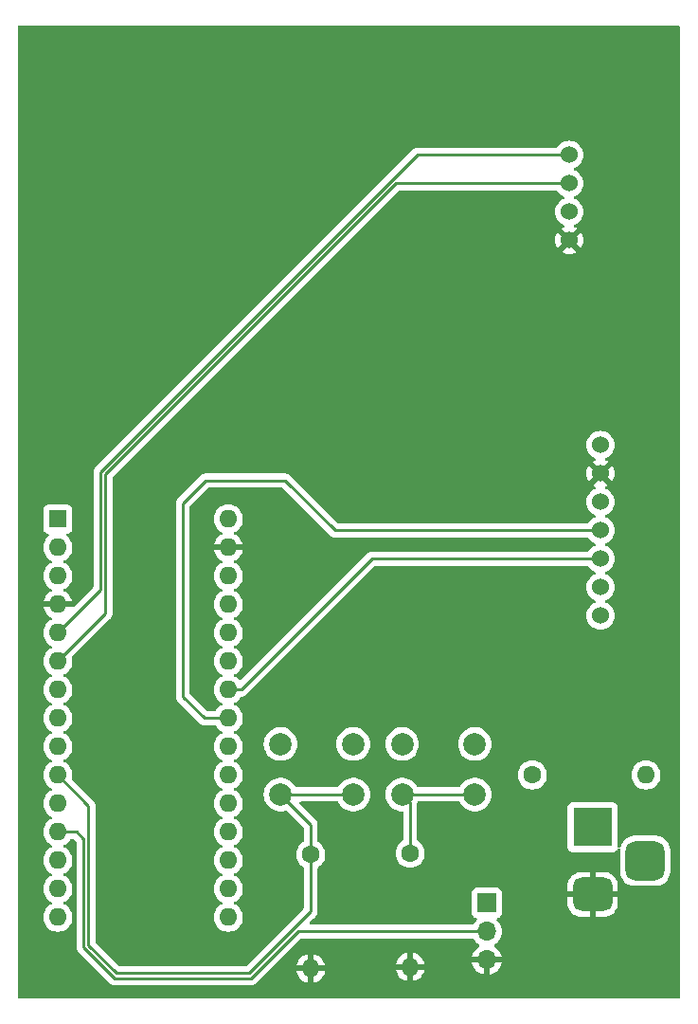
<source format=gbl>
G04 #@! TF.GenerationSoftware,KiCad,Pcbnew,7.0.5*
G04 #@! TF.CreationDate,2023-06-25T17:44:05+02:00*
G04 #@! TF.ProjectId,test,74657374-2e6b-4696-9361-645f70636258,rev?*
G04 #@! TF.SameCoordinates,Original*
G04 #@! TF.FileFunction,Copper,L2,Bot*
G04 #@! TF.FilePolarity,Positive*
%FSLAX46Y46*%
G04 Gerber Fmt 4.6, Leading zero omitted, Abs format (unit mm)*
G04 Created by KiCad (PCBNEW 7.0.5) date 2023-06-25 17:44:05*
%MOMM*%
%LPD*%
G01*
G04 APERTURE LIST*
G04 Aperture macros list*
%AMRoundRect*
0 Rectangle with rounded corners*
0 $1 Rounding radius*
0 $2 $3 $4 $5 $6 $7 $8 $9 X,Y pos of 4 corners*
0 Add a 4 corners polygon primitive as box body*
4,1,4,$2,$3,$4,$5,$6,$7,$8,$9,$2,$3,0*
0 Add four circle primitives for the rounded corners*
1,1,$1+$1,$2,$3*
1,1,$1+$1,$4,$5*
1,1,$1+$1,$6,$7*
1,1,$1+$1,$8,$9*
0 Add four rect primitives between the rounded corners*
20,1,$1+$1,$2,$3,$4,$5,0*
20,1,$1+$1,$4,$5,$6,$7,0*
20,1,$1+$1,$6,$7,$8,$9,0*
20,1,$1+$1,$8,$9,$2,$3,0*%
G04 Aperture macros list end*
G04 #@! TA.AperFunction,ComponentPad*
%ADD10C,2.000000*%
G04 #@! TD*
G04 #@! TA.AperFunction,ComponentPad*
%ADD11R,1.600000X1.600000*%
G04 #@! TD*
G04 #@! TA.AperFunction,ComponentPad*
%ADD12O,1.600000X1.600000*%
G04 #@! TD*
G04 #@! TA.AperFunction,ComponentPad*
%ADD13R,1.700000X1.700000*%
G04 #@! TD*
G04 #@! TA.AperFunction,ComponentPad*
%ADD14O,1.700000X1.700000*%
G04 #@! TD*
G04 #@! TA.AperFunction,ComponentPad*
%ADD15R,3.500000X3.500000*%
G04 #@! TD*
G04 #@! TA.AperFunction,ComponentPad*
%ADD16RoundRect,0.750000X1.000000X-0.750000X1.000000X0.750000X-1.000000X0.750000X-1.000000X-0.750000X0*%
G04 #@! TD*
G04 #@! TA.AperFunction,ComponentPad*
%ADD17RoundRect,0.875000X0.875000X-0.875000X0.875000X0.875000X-0.875000X0.875000X-0.875000X-0.875000X0*%
G04 #@! TD*
G04 #@! TA.AperFunction,ComponentPad*
%ADD18C,1.600000*%
G04 #@! TD*
G04 #@! TA.AperFunction,ComponentPad*
%ADD19C,1.524000*%
G04 #@! TD*
G04 #@! TA.AperFunction,Conductor*
%ADD20C,0.250000*%
G04 #@! TD*
G04 APERTURE END LIST*
D10*
X171502000Y-97191000D03*
X178002000Y-97191000D03*
X171502000Y-101691000D03*
X178002000Y-101691000D03*
D11*
X140716000Y-77089000D03*
D12*
X140716000Y-79629000D03*
X140716000Y-82169000D03*
X140716000Y-84709000D03*
X140716000Y-87249000D03*
X140716000Y-89789000D03*
X140716000Y-92329000D03*
X140716000Y-94869000D03*
X140716000Y-97409000D03*
X140716000Y-99949000D03*
X140716000Y-102489000D03*
X140716000Y-105029000D03*
X140716000Y-107569000D03*
X140716000Y-110109000D03*
X140716000Y-112649000D03*
X155956000Y-112649000D03*
X155956000Y-110109000D03*
X155956000Y-107569000D03*
X155956000Y-105029000D03*
X155956000Y-102489000D03*
X155956000Y-99949000D03*
X155956000Y-97409000D03*
X155956000Y-94869000D03*
X155956000Y-92329000D03*
X155956000Y-89789000D03*
X155956000Y-87249000D03*
X155956000Y-84709000D03*
X155956000Y-82169000D03*
X155956000Y-79629000D03*
X155956000Y-77089000D03*
D13*
X179070000Y-111379000D03*
D14*
X179070000Y-113919000D03*
X179070000Y-116459000D03*
D15*
X188526500Y-104617000D03*
D16*
X188526500Y-110617000D03*
D17*
X193226500Y-107617000D03*
D18*
X183134000Y-99949000D03*
D12*
X193294000Y-99949000D03*
X172212000Y-117094000D03*
D18*
X172212000Y-106934000D03*
D19*
X189230000Y-85725000D03*
X189230000Y-83185000D03*
X189230000Y-80645000D03*
X189230000Y-78105000D03*
X189230000Y-75565000D03*
X189230000Y-73025000D03*
X189230000Y-70485000D03*
D10*
X160632000Y-97191000D03*
X167132000Y-97191000D03*
X160632000Y-101691000D03*
X167132000Y-101691000D03*
D19*
X186436000Y-52197000D03*
X186436000Y-49657000D03*
X186436000Y-47117000D03*
X186436000Y-44577000D03*
D12*
X163322000Y-117221000D03*
D18*
X163322000Y-107061000D03*
D20*
X145982396Y-117660000D02*
X143452000Y-115129604D01*
X143452000Y-115129604D02*
X143452000Y-102685000D01*
X163322000Y-112139604D02*
X157801604Y-117660000D01*
X157801604Y-117660000D02*
X145982396Y-117660000D01*
X163322000Y-107061000D02*
X163322000Y-112139604D01*
X143452000Y-102685000D02*
X140716000Y-99949000D01*
X143002000Y-115316000D02*
X143002000Y-105664000D01*
X145796000Y-118110000D02*
X143002000Y-115316000D01*
X162179000Y-113919000D02*
X157988000Y-118110000D01*
X157988000Y-118110000D02*
X145796000Y-118110000D01*
X143002000Y-105664000D02*
X142367000Y-105029000D01*
X179070000Y-113919000D02*
X162179000Y-113919000D01*
X142367000Y-105029000D02*
X140716000Y-105029000D01*
X172212000Y-102401000D02*
X171502000Y-101691000D01*
X172212000Y-106934000D02*
X172212000Y-102401000D01*
X178002000Y-101691000D02*
X171502000Y-101691000D01*
X167132000Y-101691000D02*
X160632000Y-101691000D01*
X163322000Y-107061000D02*
X163322000Y-104381000D01*
X163322000Y-104381000D02*
X160632000Y-101691000D01*
X153797000Y-94869000D02*
X155956000Y-94869000D01*
X151892000Y-92964000D02*
X153797000Y-94869000D01*
X151892000Y-75692000D02*
X151892000Y-92964000D01*
X153924000Y-73660000D02*
X151892000Y-75692000D01*
X161036000Y-73660000D02*
X153924000Y-73660000D01*
X165481000Y-78105000D02*
X161036000Y-73660000D01*
X189230000Y-78105000D02*
X165481000Y-78105000D01*
X157099000Y-92329000D02*
X155956000Y-92329000D01*
X168783000Y-80645000D02*
X157099000Y-92329000D01*
X189230000Y-80645000D02*
X168783000Y-80645000D01*
X144526000Y-83439000D02*
X140716000Y-87249000D01*
X144526000Y-72898000D02*
X144526000Y-83439000D01*
X172847000Y-44577000D02*
X144526000Y-72898000D01*
X186436000Y-44577000D02*
X172847000Y-44577000D01*
X144976000Y-73084396D02*
X144976000Y-85529000D01*
X170943396Y-47117000D02*
X144976000Y-73084396D01*
X144976000Y-85529000D02*
X140716000Y-89789000D01*
X186436000Y-47117000D02*
X170943396Y-47117000D01*
G04 #@! TA.AperFunction,Conductor*
G36*
X160792587Y-74305185D02*
G01*
X160813229Y-74321819D01*
X164980197Y-78488788D01*
X164990022Y-78501051D01*
X164990243Y-78500869D01*
X164995211Y-78506874D01*
X165044932Y-78553566D01*
X165046332Y-78554923D01*
X165066523Y-78575115D01*
X165066527Y-78575118D01*
X165066529Y-78575120D01*
X165072011Y-78579373D01*
X165076443Y-78583157D01*
X165110418Y-78615062D01*
X165127976Y-78624714D01*
X165144235Y-78635395D01*
X165160064Y-78647673D01*
X165202838Y-78666182D01*
X165208056Y-78668738D01*
X165248908Y-78691197D01*
X165268316Y-78696180D01*
X165286717Y-78702480D01*
X165305104Y-78710437D01*
X165348488Y-78717308D01*
X165351119Y-78717725D01*
X165356839Y-78718909D01*
X165401981Y-78730500D01*
X165422016Y-78730500D01*
X165441414Y-78732026D01*
X165461194Y-78735159D01*
X165461195Y-78735160D01*
X165461195Y-78735159D01*
X165461196Y-78735160D01*
X165507583Y-78730775D01*
X165513422Y-78730500D01*
X188062200Y-78730500D01*
X188129239Y-78750185D01*
X188163775Y-78783376D01*
X188259174Y-78919620D01*
X188259175Y-78919621D01*
X188415378Y-79075824D01*
X188415384Y-79075829D01*
X188596333Y-79202531D01*
X188596335Y-79202532D01*
X188596338Y-79202534D01*
X188715748Y-79258215D01*
X188725189Y-79262618D01*
X188777628Y-79308790D01*
X188796780Y-79375984D01*
X188776564Y-79442865D01*
X188725189Y-79487382D01*
X188596340Y-79547465D01*
X188596338Y-79547466D01*
X188415377Y-79674175D01*
X188259175Y-79830377D01*
X188163776Y-79966623D01*
X188109199Y-80010248D01*
X188062201Y-80019500D01*
X168865737Y-80019500D01*
X168850120Y-80017776D01*
X168850093Y-80018062D01*
X168842331Y-80017327D01*
X168774171Y-80019469D01*
X168772224Y-80019500D01*
X168743650Y-80019500D01*
X168742929Y-80019590D01*
X168736757Y-80020369D01*
X168730945Y-80020826D01*
X168684373Y-80022290D01*
X168684372Y-80022290D01*
X168665129Y-80027881D01*
X168646079Y-80031825D01*
X168626211Y-80034334D01*
X168626209Y-80034335D01*
X168582884Y-80051488D01*
X168577357Y-80053380D01*
X168532610Y-80066381D01*
X168532609Y-80066382D01*
X168515367Y-80076579D01*
X168497899Y-80085137D01*
X168479269Y-80092513D01*
X168479267Y-80092514D01*
X168441576Y-80119898D01*
X168436694Y-80123105D01*
X168396579Y-80146830D01*
X168382408Y-80161000D01*
X168367623Y-80173628D01*
X168351412Y-80185407D01*
X168321709Y-80221310D01*
X168317777Y-80225631D01*
X157092478Y-91450929D01*
X157031155Y-91484414D01*
X156961463Y-91479430D01*
X156917116Y-91450929D01*
X156795141Y-91328954D01*
X156608734Y-91198432D01*
X156608728Y-91198429D01*
X156550725Y-91171382D01*
X156498285Y-91125210D01*
X156479133Y-91058017D01*
X156499348Y-90991135D01*
X156550725Y-90946618D01*
X156608734Y-90919568D01*
X156795139Y-90789047D01*
X156956047Y-90628139D01*
X157086568Y-90441734D01*
X157182739Y-90235496D01*
X157241635Y-90015692D01*
X157261468Y-89789000D01*
X157241635Y-89562308D01*
X157182739Y-89342504D01*
X157086568Y-89136266D01*
X156956047Y-88949861D01*
X156956045Y-88949858D01*
X156795141Y-88788954D01*
X156608734Y-88658432D01*
X156608728Y-88658429D01*
X156550725Y-88631382D01*
X156498285Y-88585210D01*
X156479133Y-88518017D01*
X156499348Y-88451135D01*
X156550725Y-88406618D01*
X156608734Y-88379568D01*
X156795139Y-88249047D01*
X156956047Y-88088139D01*
X157086568Y-87901734D01*
X157182739Y-87695496D01*
X157241635Y-87475692D01*
X157261468Y-87249000D01*
X157241635Y-87022308D01*
X157182739Y-86802504D01*
X157086568Y-86596266D01*
X156956047Y-86409861D01*
X156956045Y-86409858D01*
X156795141Y-86248954D01*
X156608734Y-86118432D01*
X156608728Y-86118429D01*
X156550725Y-86091382D01*
X156498285Y-86045210D01*
X156479133Y-85978017D01*
X156499348Y-85911135D01*
X156550725Y-85866618D01*
X156552563Y-85865761D01*
X156608734Y-85839568D01*
X156795139Y-85709047D01*
X156956047Y-85548139D01*
X157086568Y-85361734D01*
X157182739Y-85155496D01*
X157241635Y-84935692D01*
X157261468Y-84709000D01*
X157241635Y-84482308D01*
X157182739Y-84262504D01*
X157086568Y-84056266D01*
X156956047Y-83869861D01*
X156956045Y-83869858D01*
X156795141Y-83708954D01*
X156608734Y-83578432D01*
X156608728Y-83578429D01*
X156550725Y-83551382D01*
X156498285Y-83505210D01*
X156479133Y-83438017D01*
X156499348Y-83371135D01*
X156550725Y-83326618D01*
X156608734Y-83299568D01*
X156795139Y-83169047D01*
X156956047Y-83008139D01*
X157086568Y-82821734D01*
X157182739Y-82615496D01*
X157241635Y-82395692D01*
X157261468Y-82169000D01*
X157241635Y-81942308D01*
X157182739Y-81722504D01*
X157086568Y-81516266D01*
X156956047Y-81329861D01*
X156956045Y-81329858D01*
X156795141Y-81168954D01*
X156608734Y-81038432D01*
X156608732Y-81038431D01*
X156550725Y-81011382D01*
X156550132Y-81011105D01*
X156497694Y-80964934D01*
X156478542Y-80897740D01*
X156498758Y-80830859D01*
X156550134Y-80786341D01*
X156608484Y-80759132D01*
X156794820Y-80628657D01*
X156955657Y-80467820D01*
X157086134Y-80281482D01*
X157182265Y-80075326D01*
X157182269Y-80075317D01*
X157234872Y-79879000D01*
X156389686Y-79879000D01*
X156415493Y-79838844D01*
X156456000Y-79700889D01*
X156456000Y-79557111D01*
X156415493Y-79419156D01*
X156389686Y-79379000D01*
X157234872Y-79379000D01*
X157234872Y-79378999D01*
X157182269Y-79182682D01*
X157182265Y-79182673D01*
X157086134Y-78976517D01*
X156955657Y-78790179D01*
X156794820Y-78629342D01*
X156608482Y-78498865D01*
X156550133Y-78471657D01*
X156497694Y-78425484D01*
X156478542Y-78358291D01*
X156498758Y-78291410D01*
X156550129Y-78246895D01*
X156608734Y-78219568D01*
X156795139Y-78089047D01*
X156956047Y-77928139D01*
X157086568Y-77741734D01*
X157182739Y-77535496D01*
X157241635Y-77315692D01*
X157261468Y-77089000D01*
X157241635Y-76862308D01*
X157182739Y-76642504D01*
X157086568Y-76436266D01*
X156956047Y-76249861D01*
X156956045Y-76249858D01*
X156795141Y-76088954D01*
X156608734Y-75958432D01*
X156608732Y-75958431D01*
X156402497Y-75862261D01*
X156402488Y-75862258D01*
X156182697Y-75803366D01*
X156182693Y-75803365D01*
X156182692Y-75803365D01*
X156182691Y-75803364D01*
X156182686Y-75803364D01*
X155956002Y-75783532D01*
X155955998Y-75783532D01*
X155729313Y-75803364D01*
X155729302Y-75803366D01*
X155509511Y-75862258D01*
X155509502Y-75862261D01*
X155303267Y-75958431D01*
X155303265Y-75958432D01*
X155116858Y-76088954D01*
X154955954Y-76249858D01*
X154825432Y-76436265D01*
X154825431Y-76436267D01*
X154729261Y-76642502D01*
X154729258Y-76642511D01*
X154670366Y-76862302D01*
X154670364Y-76862313D01*
X154650532Y-77088998D01*
X154650532Y-77089001D01*
X154670364Y-77315686D01*
X154670366Y-77315697D01*
X154729258Y-77535488D01*
X154729261Y-77535497D01*
X154825431Y-77741732D01*
X154825432Y-77741734D01*
X154955954Y-77928141D01*
X155116858Y-78089045D01*
X155116861Y-78089047D01*
X155303266Y-78219568D01*
X155361865Y-78246893D01*
X155414305Y-78293065D01*
X155433457Y-78360258D01*
X155413242Y-78427139D01*
X155361867Y-78471657D01*
X155303515Y-78498867D01*
X155117179Y-78629342D01*
X154956342Y-78790179D01*
X154825865Y-78976517D01*
X154729734Y-79182673D01*
X154729730Y-79182682D01*
X154677127Y-79378999D01*
X154677128Y-79379000D01*
X155522314Y-79379000D01*
X155496507Y-79419156D01*
X155456000Y-79557111D01*
X155456000Y-79700889D01*
X155496507Y-79838844D01*
X155522314Y-79879000D01*
X154677128Y-79879000D01*
X154729730Y-80075317D01*
X154729734Y-80075326D01*
X154825865Y-80281482D01*
X154956342Y-80467820D01*
X155117179Y-80628657D01*
X155303518Y-80759134D01*
X155303520Y-80759135D01*
X155361865Y-80786342D01*
X155414305Y-80832514D01*
X155433457Y-80899707D01*
X155413242Y-80966589D01*
X155361867Y-81011105D01*
X155303268Y-81038431D01*
X155303264Y-81038433D01*
X155116858Y-81168954D01*
X154955954Y-81329858D01*
X154825432Y-81516265D01*
X154825431Y-81516267D01*
X154729261Y-81722502D01*
X154729258Y-81722511D01*
X154670366Y-81942302D01*
X154670364Y-81942313D01*
X154650532Y-82168998D01*
X154650532Y-82169001D01*
X154670364Y-82395686D01*
X154670366Y-82395697D01*
X154729258Y-82615488D01*
X154729261Y-82615497D01*
X154825431Y-82821732D01*
X154825432Y-82821734D01*
X154955954Y-83008141D01*
X155116858Y-83169045D01*
X155116861Y-83169047D01*
X155303266Y-83299568D01*
X155361275Y-83326618D01*
X155413714Y-83372791D01*
X155432866Y-83439984D01*
X155412650Y-83506865D01*
X155361275Y-83551382D01*
X155303267Y-83578431D01*
X155303265Y-83578432D01*
X155116858Y-83708954D01*
X154955954Y-83869858D01*
X154825432Y-84056265D01*
X154825431Y-84056267D01*
X154729261Y-84262502D01*
X154729258Y-84262511D01*
X154670366Y-84482302D01*
X154670364Y-84482313D01*
X154650532Y-84708998D01*
X154650532Y-84709001D01*
X154670364Y-84935686D01*
X154670366Y-84935697D01*
X154729258Y-85155488D01*
X154729261Y-85155497D01*
X154825431Y-85361732D01*
X154825432Y-85361734D01*
X154955954Y-85548141D01*
X155116858Y-85709045D01*
X155116861Y-85709047D01*
X155303266Y-85839568D01*
X155359437Y-85865761D01*
X155361275Y-85866618D01*
X155413714Y-85912791D01*
X155432866Y-85979984D01*
X155412650Y-86046865D01*
X155361275Y-86091382D01*
X155303267Y-86118431D01*
X155303265Y-86118432D01*
X155116858Y-86248954D01*
X154955954Y-86409858D01*
X154825432Y-86596265D01*
X154825431Y-86596267D01*
X154729261Y-86802502D01*
X154729258Y-86802511D01*
X154670366Y-87022302D01*
X154670364Y-87022313D01*
X154650532Y-87248998D01*
X154650532Y-87249001D01*
X154670364Y-87475686D01*
X154670366Y-87475697D01*
X154729258Y-87695488D01*
X154729261Y-87695497D01*
X154825431Y-87901732D01*
X154825432Y-87901734D01*
X154955954Y-88088141D01*
X155116858Y-88249045D01*
X155116861Y-88249047D01*
X155303266Y-88379568D01*
X155361275Y-88406618D01*
X155413714Y-88452791D01*
X155432866Y-88519984D01*
X155412650Y-88586865D01*
X155361275Y-88631382D01*
X155303267Y-88658431D01*
X155303265Y-88658432D01*
X155116858Y-88788954D01*
X154955954Y-88949858D01*
X154825432Y-89136265D01*
X154825431Y-89136267D01*
X154729261Y-89342502D01*
X154729258Y-89342511D01*
X154670366Y-89562302D01*
X154670364Y-89562313D01*
X154650532Y-89788998D01*
X154650532Y-89789001D01*
X154670364Y-90015686D01*
X154670366Y-90015697D01*
X154729258Y-90235488D01*
X154729261Y-90235497D01*
X154825431Y-90441732D01*
X154825432Y-90441734D01*
X154955954Y-90628141D01*
X155116858Y-90789045D01*
X155116861Y-90789047D01*
X155303266Y-90919568D01*
X155361278Y-90946619D01*
X155413713Y-90992788D01*
X155432866Y-91059982D01*
X155412651Y-91126863D01*
X155361277Y-91171380D01*
X155303268Y-91198430D01*
X155303265Y-91198432D01*
X155116858Y-91328954D01*
X154955954Y-91489858D01*
X154825432Y-91676265D01*
X154825431Y-91676267D01*
X154729261Y-91882502D01*
X154729258Y-91882511D01*
X154670366Y-92102302D01*
X154670364Y-92102313D01*
X154650532Y-92328998D01*
X154650532Y-92329001D01*
X154670364Y-92555686D01*
X154670366Y-92555697D01*
X154729258Y-92775488D01*
X154729261Y-92775497D01*
X154825431Y-92981732D01*
X154825432Y-92981734D01*
X154955954Y-93168141D01*
X155116858Y-93329045D01*
X155116861Y-93329047D01*
X155303266Y-93459568D01*
X155361275Y-93486618D01*
X155413714Y-93532791D01*
X155432866Y-93599984D01*
X155412650Y-93666865D01*
X155361275Y-93711382D01*
X155303267Y-93738431D01*
X155303265Y-93738432D01*
X155116858Y-93868954D01*
X154955954Y-94029858D01*
X154843387Y-94190623D01*
X154788811Y-94234248D01*
X154741812Y-94243500D01*
X154107452Y-94243500D01*
X154040413Y-94223815D01*
X154019771Y-94207181D01*
X152553819Y-92741228D01*
X152520334Y-92679905D01*
X152517500Y-92653547D01*
X152517500Y-76002452D01*
X152537185Y-75935413D01*
X152553819Y-75914771D01*
X154146772Y-74321819D01*
X154208095Y-74288334D01*
X154234453Y-74285500D01*
X160725548Y-74285500D01*
X160792587Y-74305185D01*
G37*
G04 #@! TD.AperFunction*
G04 #@! TA.AperFunction,Conductor*
G36*
X196285039Y-33039685D02*
G01*
X196330794Y-33092489D01*
X196342000Y-33144000D01*
X196342000Y-119764000D01*
X196322315Y-119831039D01*
X196269511Y-119876794D01*
X196218000Y-119888000D01*
X137284000Y-119888000D01*
X137216961Y-119868315D01*
X137171206Y-119815511D01*
X137160000Y-119764000D01*
X137160000Y-112649001D01*
X139410532Y-112649001D01*
X139430364Y-112875686D01*
X139430366Y-112875697D01*
X139489258Y-113095488D01*
X139489261Y-113095497D01*
X139585431Y-113301732D01*
X139585432Y-113301734D01*
X139715954Y-113488141D01*
X139876858Y-113649045D01*
X139876861Y-113649047D01*
X140063266Y-113779568D01*
X140269504Y-113875739D01*
X140489308Y-113934635D01*
X140651230Y-113948801D01*
X140715998Y-113954468D01*
X140716000Y-113954468D01*
X140716002Y-113954468D01*
X140772672Y-113949509D01*
X140942692Y-113934635D01*
X141162496Y-113875739D01*
X141368734Y-113779568D01*
X141555139Y-113649047D01*
X141716047Y-113488139D01*
X141846568Y-113301734D01*
X141942739Y-113095496D01*
X142001635Y-112875692D01*
X142021468Y-112649000D01*
X142020716Y-112640410D01*
X142013163Y-112554075D01*
X142001635Y-112422308D01*
X141942739Y-112202504D01*
X141846568Y-111996266D01*
X141716047Y-111809861D01*
X141716045Y-111809858D01*
X141555141Y-111648954D01*
X141368735Y-111518433D01*
X141368736Y-111518433D01*
X141368734Y-111518432D01*
X141310722Y-111491380D01*
X141258284Y-111445208D01*
X141239133Y-111378014D01*
X141259349Y-111311133D01*
X141310721Y-111266619D01*
X141368734Y-111239568D01*
X141555139Y-111109047D01*
X141716047Y-110948139D01*
X141846568Y-110761734D01*
X141942739Y-110555496D01*
X142001635Y-110335692D01*
X142021468Y-110109000D01*
X142001635Y-109882308D01*
X141942739Y-109662504D01*
X141846568Y-109456266D01*
X141716047Y-109269861D01*
X141716045Y-109269858D01*
X141555141Y-109108954D01*
X141368735Y-108978433D01*
X141368736Y-108978433D01*
X141368734Y-108978432D01*
X141310722Y-108951380D01*
X141258284Y-108905208D01*
X141239133Y-108838014D01*
X141259349Y-108771133D01*
X141310721Y-108726619D01*
X141368734Y-108699568D01*
X141555139Y-108569047D01*
X141716047Y-108408139D01*
X141846568Y-108221734D01*
X141942739Y-108015496D01*
X142001635Y-107795692D01*
X142018634Y-107601384D01*
X142021468Y-107569001D01*
X142021468Y-107568998D01*
X142001635Y-107342313D01*
X142001635Y-107342308D01*
X141942739Y-107122504D01*
X141846568Y-106916266D01*
X141716047Y-106729861D01*
X141716045Y-106729858D01*
X141555141Y-106568954D01*
X141368734Y-106438432D01*
X141368728Y-106438429D01*
X141318212Y-106414873D01*
X141310724Y-106411381D01*
X141258285Y-106365210D01*
X141239133Y-106298017D01*
X141259348Y-106231135D01*
X141310725Y-106186618D01*
X141368734Y-106159568D01*
X141555139Y-106029047D01*
X141716047Y-105868139D01*
X141794681Y-105755836D01*
X141828613Y-105707377D01*
X141883189Y-105663752D01*
X141930188Y-105654500D01*
X142056548Y-105654500D01*
X142123587Y-105674185D01*
X142144229Y-105690819D01*
X142340181Y-105886771D01*
X142373666Y-105948094D01*
X142376500Y-105974452D01*
X142376500Y-115233255D01*
X142374775Y-115248872D01*
X142375061Y-115248899D01*
X142374326Y-115256666D01*
X142376469Y-115324846D01*
X142376500Y-115326793D01*
X142376500Y-115355343D01*
X142376501Y-115355360D01*
X142377368Y-115362231D01*
X142377826Y-115368050D01*
X142379290Y-115414624D01*
X142379291Y-115414627D01*
X142384880Y-115433867D01*
X142388824Y-115452911D01*
X142391336Y-115472791D01*
X142408490Y-115516119D01*
X142410382Y-115521647D01*
X142423381Y-115566388D01*
X142433580Y-115583634D01*
X142442138Y-115601103D01*
X142449514Y-115619732D01*
X142476898Y-115657423D01*
X142480106Y-115662307D01*
X142503827Y-115702416D01*
X142503833Y-115702424D01*
X142517990Y-115716580D01*
X142530628Y-115731376D01*
X142542405Y-115747586D01*
X142542406Y-115747587D01*
X142578309Y-115777288D01*
X142582620Y-115781210D01*
X144020558Y-117219148D01*
X145295194Y-118493784D01*
X145305019Y-118506048D01*
X145305240Y-118505866D01*
X145310210Y-118511874D01*
X145359949Y-118558582D01*
X145361316Y-118559906D01*
X145381530Y-118580120D01*
X145387004Y-118584366D01*
X145391442Y-118588156D01*
X145425418Y-118620062D01*
X145425422Y-118620064D01*
X145442973Y-118629713D01*
X145459231Y-118640392D01*
X145475064Y-118652674D01*
X145497015Y-118662172D01*
X145517837Y-118671183D01*
X145523081Y-118673752D01*
X145563908Y-118696197D01*
X145583312Y-118701179D01*
X145601710Y-118707478D01*
X145620105Y-118715438D01*
X145666129Y-118722726D01*
X145671832Y-118723907D01*
X145716981Y-118735500D01*
X145737016Y-118735500D01*
X145756413Y-118737026D01*
X145776196Y-118740160D01*
X145822583Y-118735775D01*
X145828422Y-118735500D01*
X157905257Y-118735500D01*
X157920877Y-118737224D01*
X157920904Y-118736939D01*
X157928666Y-118737673D01*
X157928666Y-118737672D01*
X157928667Y-118737673D01*
X157931999Y-118737568D01*
X157996847Y-118735531D01*
X157998794Y-118735500D01*
X158027347Y-118735500D01*
X158027350Y-118735500D01*
X158034228Y-118734630D01*
X158040041Y-118734172D01*
X158086627Y-118732709D01*
X158105869Y-118727117D01*
X158124912Y-118723174D01*
X158144792Y-118720664D01*
X158188122Y-118703507D01*
X158193646Y-118701617D01*
X158197396Y-118700527D01*
X158238390Y-118688618D01*
X158255629Y-118678422D01*
X158273103Y-118669862D01*
X158291727Y-118662488D01*
X158291727Y-118662487D01*
X158291732Y-118662486D01*
X158329449Y-118635082D01*
X158334305Y-118631892D01*
X158374420Y-118608170D01*
X158388589Y-118593999D01*
X158403379Y-118581368D01*
X158419587Y-118569594D01*
X158449299Y-118533676D01*
X158453212Y-118529376D01*
X160011590Y-116970999D01*
X162043127Y-116970999D01*
X162043128Y-116971000D01*
X163006314Y-116971000D01*
X162994359Y-116982955D01*
X162936835Y-117095852D01*
X162917014Y-117221000D01*
X162936835Y-117346148D01*
X162994359Y-117459045D01*
X163006314Y-117471000D01*
X162043128Y-117471000D01*
X162095730Y-117667317D01*
X162095734Y-117667326D01*
X162191865Y-117873482D01*
X162322342Y-118059820D01*
X162483179Y-118220657D01*
X162669517Y-118351134D01*
X162875673Y-118447265D01*
X162875682Y-118447269D01*
X163071999Y-118499872D01*
X163072000Y-118499871D01*
X163072000Y-117536686D01*
X163083955Y-117548641D01*
X163196852Y-117606165D01*
X163290519Y-117621000D01*
X163353481Y-117621000D01*
X163447148Y-117606165D01*
X163560045Y-117548641D01*
X163572000Y-117536686D01*
X163572000Y-118499872D01*
X163768317Y-118447269D01*
X163768326Y-118447265D01*
X163974482Y-118351134D01*
X164160820Y-118220657D01*
X164321657Y-118059820D01*
X164452134Y-117873482D01*
X164548265Y-117667326D01*
X164548269Y-117667317D01*
X164600872Y-117471000D01*
X163637686Y-117471000D01*
X163649641Y-117459045D01*
X163707165Y-117346148D01*
X163726986Y-117221000D01*
X163707165Y-117095852D01*
X163649641Y-116982955D01*
X163637686Y-116971000D01*
X164600872Y-116971000D01*
X164600872Y-116970999D01*
X164566842Y-116843999D01*
X170933127Y-116843999D01*
X170933128Y-116844000D01*
X171896314Y-116844000D01*
X171884359Y-116855955D01*
X171826835Y-116968852D01*
X171807014Y-117094000D01*
X171826835Y-117219148D01*
X171884359Y-117332045D01*
X171896314Y-117344000D01*
X170933128Y-117344000D01*
X170985730Y-117540317D01*
X170985734Y-117540326D01*
X171081865Y-117746482D01*
X171212342Y-117932820D01*
X171373179Y-118093657D01*
X171559517Y-118224134D01*
X171765673Y-118320265D01*
X171765682Y-118320269D01*
X171961999Y-118372872D01*
X171962000Y-118372871D01*
X171962000Y-117409686D01*
X171973955Y-117421641D01*
X172086852Y-117479165D01*
X172180519Y-117494000D01*
X172243481Y-117494000D01*
X172337148Y-117479165D01*
X172450045Y-117421641D01*
X172462000Y-117409686D01*
X172462000Y-118372872D01*
X172658317Y-118320269D01*
X172658326Y-118320265D01*
X172864482Y-118224134D01*
X173050820Y-118093657D01*
X173211657Y-117932820D01*
X173342134Y-117746482D01*
X173438265Y-117540326D01*
X173438269Y-117540317D01*
X173490872Y-117344000D01*
X172527686Y-117344000D01*
X172539641Y-117332045D01*
X172597165Y-117219148D01*
X172616986Y-117094000D01*
X172597165Y-116968852D01*
X172539641Y-116855955D01*
X172527686Y-116844000D01*
X173490872Y-116844000D01*
X173490872Y-116843999D01*
X173438269Y-116647682D01*
X173438265Y-116647673D01*
X173342134Y-116441517D01*
X173211657Y-116255179D01*
X173050820Y-116094342D01*
X172864482Y-115963865D01*
X172658328Y-115867734D01*
X172462000Y-115815127D01*
X172462000Y-116778313D01*
X172450045Y-116766359D01*
X172337148Y-116708835D01*
X172243481Y-116694000D01*
X172180519Y-116694000D01*
X172086852Y-116708835D01*
X171973955Y-116766359D01*
X171962000Y-116778314D01*
X171962000Y-115815127D01*
X171765671Y-115867734D01*
X171559517Y-115963865D01*
X171373179Y-116094342D01*
X171212342Y-116255179D01*
X171081865Y-116441517D01*
X170985734Y-116647673D01*
X170985730Y-116647682D01*
X170933127Y-116843999D01*
X164566842Y-116843999D01*
X164548269Y-116774682D01*
X164548265Y-116774673D01*
X164452134Y-116568517D01*
X164321657Y-116382179D01*
X164160820Y-116221342D01*
X163974482Y-116090865D01*
X163768328Y-115994734D01*
X163572000Y-115942127D01*
X163572000Y-116905314D01*
X163560045Y-116893359D01*
X163447148Y-116835835D01*
X163353481Y-116821000D01*
X163290519Y-116821000D01*
X163196852Y-116835835D01*
X163083955Y-116893359D01*
X163072000Y-116905314D01*
X163072000Y-115942127D01*
X162875671Y-115994734D01*
X162669517Y-116090865D01*
X162483179Y-116221342D01*
X162322342Y-116382179D01*
X162191865Y-116568517D01*
X162095734Y-116774673D01*
X162095730Y-116774682D01*
X162043127Y-116970999D01*
X160011590Y-116970999D01*
X162401771Y-114580819D01*
X162463095Y-114547334D01*
X162489453Y-114544500D01*
X177794773Y-114544500D01*
X177861812Y-114564185D01*
X177896348Y-114597377D01*
X178031501Y-114790396D01*
X178031506Y-114790402D01*
X178198597Y-114957493D01*
X178198603Y-114957498D01*
X178384594Y-115087730D01*
X178428219Y-115142307D01*
X178435413Y-115211805D01*
X178403890Y-115274160D01*
X178384595Y-115290880D01*
X178198922Y-115420890D01*
X178198920Y-115420891D01*
X178031891Y-115587920D01*
X178031886Y-115587926D01*
X177896400Y-115781420D01*
X177896399Y-115781422D01*
X177796570Y-115995507D01*
X177796567Y-115995513D01*
X177739364Y-116208999D01*
X177739364Y-116209000D01*
X178636314Y-116209000D01*
X178610507Y-116249156D01*
X178570000Y-116387111D01*
X178570000Y-116530889D01*
X178610507Y-116668844D01*
X178636314Y-116709000D01*
X177739364Y-116709000D01*
X177796567Y-116922486D01*
X177796570Y-116922492D01*
X177896399Y-117136578D01*
X178031894Y-117330082D01*
X178198917Y-117497105D01*
X178392421Y-117632600D01*
X178606507Y-117732429D01*
X178606516Y-117732433D01*
X178820000Y-117789634D01*
X178820000Y-116894501D01*
X178927685Y-116943680D01*
X179034237Y-116959000D01*
X179105763Y-116959000D01*
X179212315Y-116943680D01*
X179320000Y-116894501D01*
X179320000Y-117789633D01*
X179533483Y-117732433D01*
X179533492Y-117732429D01*
X179747578Y-117632600D01*
X179941082Y-117497105D01*
X180108105Y-117330082D01*
X180243600Y-117136578D01*
X180343429Y-116922492D01*
X180343432Y-116922486D01*
X180400636Y-116709000D01*
X179503686Y-116709000D01*
X179529493Y-116668844D01*
X179570000Y-116530889D01*
X179570000Y-116387111D01*
X179529493Y-116249156D01*
X179503686Y-116209000D01*
X180400636Y-116209000D01*
X180400635Y-116208999D01*
X180343432Y-115995513D01*
X180343429Y-115995507D01*
X180243600Y-115781422D01*
X180243599Y-115781420D01*
X180108113Y-115587926D01*
X180108108Y-115587920D01*
X179941078Y-115420890D01*
X179755405Y-115290879D01*
X179711780Y-115236302D01*
X179704588Y-115166804D01*
X179736110Y-115104449D01*
X179755406Y-115087730D01*
X179941401Y-114957495D01*
X180108495Y-114790401D01*
X180244035Y-114596830D01*
X180343903Y-114382663D01*
X180405063Y-114154408D01*
X180425659Y-113919000D01*
X180405063Y-113683592D01*
X180343903Y-113455337D01*
X180244035Y-113241171D01*
X180243651Y-113240623D01*
X180108496Y-113047600D01*
X180108496Y-113047599D01*
X179986567Y-112925671D01*
X179953084Y-112864351D01*
X179958068Y-112794659D01*
X179999939Y-112738725D01*
X180030915Y-112721810D01*
X180162331Y-112672796D01*
X180277546Y-112586546D01*
X180363796Y-112471331D01*
X180414091Y-112336483D01*
X180420500Y-112276873D01*
X180420499Y-110481128D01*
X180414091Y-110421517D01*
X180393757Y-110367000D01*
X186276500Y-110367000D01*
X187092814Y-110367000D01*
X187067007Y-110407156D01*
X187026500Y-110545111D01*
X187026500Y-110688889D01*
X187067007Y-110826844D01*
X187092814Y-110867000D01*
X186276501Y-110867000D01*
X186276501Y-111431197D01*
X186286900Y-111563332D01*
X186341877Y-111781519D01*
X186434928Y-111986374D01*
X186434931Y-111986380D01*
X186563059Y-112171323D01*
X186563069Y-112171335D01*
X186722164Y-112330430D01*
X186722176Y-112330440D01*
X186907119Y-112458568D01*
X186907125Y-112458571D01*
X187111980Y-112551622D01*
X187330167Y-112606599D01*
X187462310Y-112616999D01*
X188276499Y-112616999D01*
X188276500Y-112616998D01*
X188276500Y-111117000D01*
X188776500Y-111117000D01*
X188776500Y-112616999D01*
X189590682Y-112616999D01*
X189590697Y-112616998D01*
X189722832Y-112606599D01*
X189941019Y-112551622D01*
X190145874Y-112458571D01*
X190145880Y-112458568D01*
X190330823Y-112330440D01*
X190330835Y-112330430D01*
X190489930Y-112171335D01*
X190489940Y-112171323D01*
X190618068Y-111986380D01*
X190618071Y-111986374D01*
X190711122Y-111781519D01*
X190766099Y-111563332D01*
X190776499Y-111431196D01*
X190776500Y-111431184D01*
X190776500Y-110867000D01*
X189960186Y-110867000D01*
X189985993Y-110826844D01*
X190026500Y-110688889D01*
X190026500Y-110545111D01*
X189985993Y-110407156D01*
X189960186Y-110367000D01*
X190776499Y-110367000D01*
X190776499Y-109802817D01*
X190776498Y-109802802D01*
X190766099Y-109670667D01*
X190711122Y-109452480D01*
X190618071Y-109247625D01*
X190618068Y-109247619D01*
X190489940Y-109062676D01*
X190489930Y-109062664D01*
X190330835Y-108903569D01*
X190330823Y-108903559D01*
X190145880Y-108775431D01*
X190145874Y-108775428D01*
X189941019Y-108682377D01*
X189722832Y-108627400D01*
X189590696Y-108617000D01*
X188776500Y-108617000D01*
X188776500Y-110117000D01*
X188276500Y-110117000D01*
X188276500Y-108617000D01*
X187462317Y-108617000D01*
X187462302Y-108617001D01*
X187330167Y-108627400D01*
X187111980Y-108682377D01*
X186907125Y-108775428D01*
X186907119Y-108775431D01*
X186722176Y-108903559D01*
X186722164Y-108903569D01*
X186563069Y-109062664D01*
X186563059Y-109062676D01*
X186434931Y-109247619D01*
X186434928Y-109247625D01*
X186341877Y-109452480D01*
X186286900Y-109670667D01*
X186276500Y-109802803D01*
X186276500Y-110367000D01*
X180393757Y-110367000D01*
X180363797Y-110286671D01*
X180363793Y-110286664D01*
X180277547Y-110171455D01*
X180277544Y-110171452D01*
X180162335Y-110085206D01*
X180162328Y-110085202D01*
X180027482Y-110034908D01*
X180027483Y-110034908D01*
X179967883Y-110028501D01*
X179967881Y-110028500D01*
X179967873Y-110028500D01*
X179967864Y-110028500D01*
X178172129Y-110028500D01*
X178172123Y-110028501D01*
X178112516Y-110034908D01*
X177977671Y-110085202D01*
X177977664Y-110085206D01*
X177862455Y-110171452D01*
X177862452Y-110171455D01*
X177776206Y-110286664D01*
X177776202Y-110286671D01*
X177725908Y-110421517D01*
X177719501Y-110481116D01*
X177719501Y-110481123D01*
X177719500Y-110481135D01*
X177719500Y-112276870D01*
X177719501Y-112276876D01*
X177725908Y-112336483D01*
X177776202Y-112471328D01*
X177776206Y-112471335D01*
X177862452Y-112586544D01*
X177862455Y-112586547D01*
X177977664Y-112672793D01*
X177977671Y-112672797D01*
X178109081Y-112721810D01*
X178165015Y-112763681D01*
X178189432Y-112829145D01*
X178174580Y-112897418D01*
X178153430Y-112925673D01*
X178031503Y-113047600D01*
X177896348Y-113240623D01*
X177841771Y-113284248D01*
X177794773Y-113293500D01*
X163352057Y-113293500D01*
X163285018Y-113273815D01*
X163239263Y-113221011D01*
X163229319Y-113151853D01*
X163258344Y-113088297D01*
X163264376Y-113081819D01*
X163582513Y-112763681D01*
X163705788Y-112640405D01*
X163718042Y-112630590D01*
X163717859Y-112630368D01*
X163723868Y-112625395D01*
X163723877Y-112625390D01*
X163770607Y-112575626D01*
X163771846Y-112574347D01*
X163792120Y-112554075D01*
X163796379Y-112548582D01*
X163800152Y-112544165D01*
X163832062Y-112510186D01*
X163841715Y-112492624D01*
X163852389Y-112476374D01*
X163864673Y-112460540D01*
X163883180Y-112417771D01*
X163885749Y-112412528D01*
X163908196Y-112371697D01*
X163908197Y-112371696D01*
X163913177Y-112352295D01*
X163919478Y-112333892D01*
X163927438Y-112315500D01*
X163934730Y-112269453D01*
X163935911Y-112263756D01*
X163947500Y-112218623D01*
X163947500Y-112198578D01*
X163949025Y-112179195D01*
X163952160Y-112159408D01*
X163947775Y-112113019D01*
X163947500Y-112107181D01*
X163947500Y-108275188D01*
X163967185Y-108208149D01*
X164000377Y-108173613D01*
X164156110Y-108064568D01*
X164161139Y-108061047D01*
X164322047Y-107900139D01*
X164452568Y-107713734D01*
X164548739Y-107507496D01*
X164607635Y-107287692D01*
X164627468Y-107061000D01*
X164607635Y-106834308D01*
X164557818Y-106648386D01*
X164548741Y-106614511D01*
X164548738Y-106614502D01*
X164539996Y-106595755D01*
X164452568Y-106408266D01*
X164322047Y-106221861D01*
X164322045Y-106221858D01*
X164161140Y-106060953D01*
X164000377Y-105948386D01*
X163956752Y-105893809D01*
X163947500Y-105846811D01*
X163947500Y-104463737D01*
X163949224Y-104448123D01*
X163948938Y-104448096D01*
X163949672Y-104440333D01*
X163947531Y-104372170D01*
X163947500Y-104370223D01*
X163947500Y-104341651D01*
X163947500Y-104341650D01*
X163946629Y-104334759D01*
X163946172Y-104328945D01*
X163944709Y-104282374D01*
X163944709Y-104282372D01*
X163939120Y-104263137D01*
X163935174Y-104244084D01*
X163932664Y-104224208D01*
X163915501Y-104180859D01*
X163913614Y-104175346D01*
X163900617Y-104130610D01*
X163900616Y-104130608D01*
X163890421Y-104113369D01*
X163881860Y-104095893D01*
X163874486Y-104077269D01*
X163874486Y-104077267D01*
X163864474Y-104063488D01*
X163847083Y-104039550D01*
X163843900Y-104034705D01*
X163820170Y-103994579D01*
X163820165Y-103994573D01*
X163806005Y-103980413D01*
X163793370Y-103965620D01*
X163781593Y-103949412D01*
X163745693Y-103919713D01*
X163741381Y-103915790D01*
X162353772Y-102528181D01*
X162320287Y-102466858D01*
X162325271Y-102397166D01*
X162367143Y-102341233D01*
X162432607Y-102316816D01*
X162441453Y-102316500D01*
X165686850Y-102316500D01*
X165753889Y-102336185D01*
X165799644Y-102388989D01*
X165800405Y-102390689D01*
X165807824Y-102407603D01*
X165943833Y-102615782D01*
X165971329Y-102645650D01*
X166112256Y-102798738D01*
X166308491Y-102951474D01*
X166527190Y-103069828D01*
X166762386Y-103150571D01*
X167007665Y-103191500D01*
X167256335Y-103191500D01*
X167501614Y-103150571D01*
X167736810Y-103069828D01*
X167955509Y-102951474D01*
X168151744Y-102798738D01*
X168320164Y-102615785D01*
X168456173Y-102407607D01*
X168556063Y-102179881D01*
X168617108Y-101938821D01*
X168637643Y-101691005D01*
X169996357Y-101691005D01*
X170016890Y-101938812D01*
X170016892Y-101938824D01*
X170077936Y-102179881D01*
X170177826Y-102407606D01*
X170313833Y-102615782D01*
X170341329Y-102645650D01*
X170482256Y-102798738D01*
X170678491Y-102951474D01*
X170897190Y-103069828D01*
X171132386Y-103150571D01*
X171377665Y-103191500D01*
X171462500Y-103191500D01*
X171529539Y-103211185D01*
X171575294Y-103263989D01*
X171586500Y-103315500D01*
X171586500Y-105719811D01*
X171566815Y-105786850D01*
X171533623Y-105821386D01*
X171372859Y-105933953D01*
X171211954Y-106094858D01*
X171081432Y-106281265D01*
X171081431Y-106281267D01*
X170985261Y-106487502D01*
X170985258Y-106487511D01*
X170926366Y-106707302D01*
X170926364Y-106707313D01*
X170906532Y-106933998D01*
X170906532Y-106934001D01*
X170926364Y-107160686D01*
X170926366Y-107160697D01*
X170985258Y-107380488D01*
X170985261Y-107380497D01*
X171081431Y-107586732D01*
X171081432Y-107586734D01*
X171211954Y-107773141D01*
X171372858Y-107934045D01*
X171372861Y-107934047D01*
X171559266Y-108064568D01*
X171765504Y-108160739D01*
X171985308Y-108219635D01*
X172147230Y-108233801D01*
X172211998Y-108239468D01*
X172212000Y-108239468D01*
X172212002Y-108239468D01*
X172268673Y-108234509D01*
X172438692Y-108219635D01*
X172658496Y-108160739D01*
X172864734Y-108064568D01*
X173051139Y-107934047D01*
X173212047Y-107773139D01*
X173342568Y-107586734D01*
X173438739Y-107380496D01*
X173497635Y-107160692D01*
X173517468Y-106934000D01*
X173515916Y-106916266D01*
X173511089Y-106861091D01*
X173497635Y-106707308D01*
X173438739Y-106487504D01*
X173404869Y-106414870D01*
X186276000Y-106414870D01*
X186276001Y-106414876D01*
X186282408Y-106474483D01*
X186332702Y-106609328D01*
X186332706Y-106609335D01*
X186418952Y-106724544D01*
X186418955Y-106724547D01*
X186534164Y-106810793D01*
X186534171Y-106810797D01*
X186669017Y-106861091D01*
X186669016Y-106861091D01*
X186675944Y-106861835D01*
X186728627Y-106867500D01*
X190324372Y-106867499D01*
X190383983Y-106861091D01*
X190518831Y-106810796D01*
X190634046Y-106724546D01*
X190720296Y-106609331D01*
X190737926Y-106562060D01*
X190779796Y-106506128D01*
X190845259Y-106481710D01*
X190913533Y-106496561D01*
X190962939Y-106545965D01*
X190977933Y-106611971D01*
X190976001Y-106648342D01*
X190976000Y-106648386D01*
X190976000Y-108585613D01*
X190976001Y-108585652D01*
X190978795Y-108638243D01*
X190978795Y-108638244D01*
X191009255Y-108795739D01*
X191023255Y-108868126D01*
X191064882Y-108978430D01*
X191105925Y-109087189D01*
X191224429Y-109289131D01*
X191224434Y-109289138D01*
X191375356Y-109468141D01*
X191375358Y-109468143D01*
X191554361Y-109619065D01*
X191554368Y-109619070D01*
X191756310Y-109737574D01*
X191975374Y-109820245D01*
X192205259Y-109864705D01*
X192257878Y-109867500D01*
X192257886Y-109867500D01*
X194195114Y-109867500D01*
X194195122Y-109867500D01*
X194247741Y-109864705D01*
X194477626Y-109820245D01*
X194696690Y-109737574D01*
X194898632Y-109619070D01*
X195077642Y-109468142D01*
X195228570Y-109289132D01*
X195347074Y-109087190D01*
X195429745Y-108868126D01*
X195474205Y-108638241D01*
X195477000Y-108585622D01*
X195477000Y-106648378D01*
X195474205Y-106595759D01*
X195429745Y-106365874D01*
X195347074Y-106146810D01*
X195228570Y-105944868D01*
X195228565Y-105944861D01*
X195077643Y-105765858D01*
X195077641Y-105765856D01*
X194898638Y-105614934D01*
X194898631Y-105614929D01*
X194696689Y-105496425D01*
X194606332Y-105462326D01*
X194477626Y-105413755D01*
X194477621Y-105413754D01*
X194247743Y-105369295D01*
X194195152Y-105366501D01*
X194195129Y-105366500D01*
X194195122Y-105366500D01*
X192257878Y-105366500D01*
X192257870Y-105366500D01*
X192257847Y-105366501D01*
X192205256Y-105369295D01*
X192205255Y-105369295D01*
X191975378Y-105413754D01*
X191975376Y-105413754D01*
X191975374Y-105413755D01*
X191901433Y-105441658D01*
X191756310Y-105496425D01*
X191554368Y-105614929D01*
X191554361Y-105614934D01*
X191375358Y-105765856D01*
X191375356Y-105765858D01*
X191224434Y-105944861D01*
X191224429Y-105944868D01*
X191105925Y-106146810D01*
X191048121Y-106299984D01*
X191023507Y-106365208D01*
X191023253Y-106365880D01*
X191022740Y-106368532D01*
X191022212Y-106369552D01*
X191021817Y-106370950D01*
X191021532Y-106370869D01*
X190990675Y-106430609D01*
X190930139Y-106465497D01*
X190860351Y-106462117D01*
X190803468Y-106421544D01*
X190777551Y-106356659D01*
X190776999Y-106344989D01*
X190776999Y-102819128D01*
X190770591Y-102759517D01*
X190768551Y-102754048D01*
X190720297Y-102624671D01*
X190720293Y-102624664D01*
X190634047Y-102509455D01*
X190634044Y-102509452D01*
X190518835Y-102423206D01*
X190518828Y-102423202D01*
X190383982Y-102372908D01*
X190383983Y-102372908D01*
X190324383Y-102366501D01*
X190324381Y-102366500D01*
X190324373Y-102366500D01*
X190324364Y-102366500D01*
X186728629Y-102366500D01*
X186728623Y-102366501D01*
X186669016Y-102372908D01*
X186534171Y-102423202D01*
X186534164Y-102423206D01*
X186418955Y-102509452D01*
X186418952Y-102509455D01*
X186332706Y-102624664D01*
X186332702Y-102624671D01*
X186282408Y-102759517D01*
X186278192Y-102798738D01*
X186276001Y-102819123D01*
X186276000Y-102819135D01*
X186276000Y-106414870D01*
X173404869Y-106414870D01*
X173342568Y-106281266D01*
X173212047Y-106094861D01*
X173212045Y-106094858D01*
X173051140Y-105933953D01*
X172890377Y-105821386D01*
X172846752Y-105766809D01*
X172837500Y-105719811D01*
X172837500Y-102483742D01*
X172839224Y-102468122D01*
X172838939Y-102468095D01*
X172839671Y-102460340D01*
X172839673Y-102460333D01*
X172839172Y-102444394D01*
X172856741Y-102376770D01*
X172908082Y-102329379D01*
X172963111Y-102316500D01*
X176556850Y-102316500D01*
X176623889Y-102336185D01*
X176669644Y-102388989D01*
X176670405Y-102390689D01*
X176677824Y-102407603D01*
X176813833Y-102615782D01*
X176841329Y-102645650D01*
X176982256Y-102798738D01*
X177178491Y-102951474D01*
X177397190Y-103069828D01*
X177632386Y-103150571D01*
X177877665Y-103191500D01*
X178126335Y-103191500D01*
X178371614Y-103150571D01*
X178606810Y-103069828D01*
X178825509Y-102951474D01*
X179021744Y-102798738D01*
X179190164Y-102615785D01*
X179326173Y-102407607D01*
X179426063Y-102179881D01*
X179487108Y-101938821D01*
X179507643Y-101691000D01*
X179487108Y-101443179D01*
X179426063Y-101202119D01*
X179424164Y-101197790D01*
X179326173Y-100974393D01*
X179190166Y-100766217D01*
X179168557Y-100742744D01*
X179021744Y-100583262D01*
X178825509Y-100430526D01*
X178825507Y-100430525D01*
X178825506Y-100430524D01*
X178606811Y-100312172D01*
X178606802Y-100312169D01*
X178371616Y-100231429D01*
X178126335Y-100190500D01*
X177877665Y-100190500D01*
X177632383Y-100231429D01*
X177397197Y-100312169D01*
X177397188Y-100312172D01*
X177178493Y-100430524D01*
X176982257Y-100583261D01*
X176813833Y-100766217D01*
X176677824Y-100974396D01*
X176670405Y-100991311D01*
X176625449Y-101044797D01*
X176558713Y-101065486D01*
X176556850Y-101065500D01*
X172947150Y-101065500D01*
X172880111Y-101045815D01*
X172834356Y-100993011D01*
X172833595Y-100991311D01*
X172826175Y-100974396D01*
X172690166Y-100766217D01*
X172668557Y-100742744D01*
X172521744Y-100583262D01*
X172325509Y-100430526D01*
X172325507Y-100430525D01*
X172325506Y-100430524D01*
X172106811Y-100312172D01*
X172106802Y-100312169D01*
X171871616Y-100231429D01*
X171626335Y-100190500D01*
X171377665Y-100190500D01*
X171132383Y-100231429D01*
X170897197Y-100312169D01*
X170897188Y-100312172D01*
X170678493Y-100430524D01*
X170482257Y-100583261D01*
X170313833Y-100766217D01*
X170177826Y-100974393D01*
X170077936Y-101202118D01*
X170016892Y-101443175D01*
X170016890Y-101443187D01*
X169996357Y-101690994D01*
X169996357Y-101691005D01*
X168637643Y-101691005D01*
X168637643Y-101691000D01*
X168617108Y-101443179D01*
X168556063Y-101202119D01*
X168554164Y-101197790D01*
X168456173Y-100974393D01*
X168320166Y-100766217D01*
X168298557Y-100742744D01*
X168151744Y-100583262D01*
X167955509Y-100430526D01*
X167955507Y-100430525D01*
X167955506Y-100430524D01*
X167736811Y-100312172D01*
X167736802Y-100312169D01*
X167501616Y-100231429D01*
X167256335Y-100190500D01*
X167007665Y-100190500D01*
X166762383Y-100231429D01*
X166527197Y-100312169D01*
X166527188Y-100312172D01*
X166308493Y-100430524D01*
X166112257Y-100583261D01*
X165943833Y-100766217D01*
X165807824Y-100974396D01*
X165800405Y-100991311D01*
X165755449Y-101044797D01*
X165688713Y-101065486D01*
X165686850Y-101065500D01*
X162077150Y-101065500D01*
X162010111Y-101045815D01*
X161964356Y-100993011D01*
X161963595Y-100991311D01*
X161956175Y-100974396D01*
X161820166Y-100766217D01*
X161798557Y-100742744D01*
X161651744Y-100583262D01*
X161455509Y-100430526D01*
X161455507Y-100430525D01*
X161455506Y-100430524D01*
X161236811Y-100312172D01*
X161236802Y-100312169D01*
X161001616Y-100231429D01*
X160756335Y-100190500D01*
X160507665Y-100190500D01*
X160262383Y-100231429D01*
X160027197Y-100312169D01*
X160027188Y-100312172D01*
X159808493Y-100430524D01*
X159612257Y-100583261D01*
X159443833Y-100766217D01*
X159307826Y-100974393D01*
X159207936Y-101202118D01*
X159146892Y-101443175D01*
X159146890Y-101443187D01*
X159126357Y-101690994D01*
X159126357Y-101691005D01*
X159146890Y-101938812D01*
X159146892Y-101938824D01*
X159207936Y-102179881D01*
X159307826Y-102407606D01*
X159443833Y-102615782D01*
X159471329Y-102645650D01*
X159612256Y-102798738D01*
X159808491Y-102951474D01*
X160027190Y-103069828D01*
X160262386Y-103150571D01*
X160507665Y-103191500D01*
X160756335Y-103191500D01*
X161001614Y-103150571D01*
X161081287Y-103123218D01*
X161151082Y-103120068D01*
X161209229Y-103152819D01*
X162660181Y-104603771D01*
X162693666Y-104665094D01*
X162696500Y-104691452D01*
X162696500Y-105846811D01*
X162676815Y-105913850D01*
X162643623Y-105948386D01*
X162482859Y-106060953D01*
X162321954Y-106221858D01*
X162191432Y-106408265D01*
X162191431Y-106408267D01*
X162095261Y-106614502D01*
X162095258Y-106614511D01*
X162036366Y-106834302D01*
X162036364Y-106834313D01*
X162016532Y-107060998D01*
X162016532Y-107061001D01*
X162036364Y-107287686D01*
X162036366Y-107287697D01*
X162095258Y-107507488D01*
X162095261Y-107507497D01*
X162191431Y-107713732D01*
X162191432Y-107713734D01*
X162321954Y-107900141D01*
X162482858Y-108061045D01*
X162643623Y-108173613D01*
X162687248Y-108228189D01*
X162696500Y-108275188D01*
X162696500Y-111829151D01*
X162676815Y-111896190D01*
X162660181Y-111916832D01*
X157578832Y-116998181D01*
X157517509Y-117031666D01*
X157491151Y-117034500D01*
X146292849Y-117034500D01*
X146225810Y-117014815D01*
X146205168Y-116998181D01*
X144113819Y-114906832D01*
X144080334Y-114845509D01*
X144077500Y-114819151D01*
X144077500Y-102767737D01*
X144079224Y-102752123D01*
X144078938Y-102752096D01*
X144079672Y-102744333D01*
X144077531Y-102676171D01*
X144077500Y-102674224D01*
X144077500Y-102645651D01*
X144077500Y-102645650D01*
X144076629Y-102638759D01*
X144076172Y-102632945D01*
X144075633Y-102615782D01*
X144074709Y-102586373D01*
X144069121Y-102567139D01*
X144065174Y-102548081D01*
X144062664Y-102528208D01*
X144055239Y-102509455D01*
X144045507Y-102484875D01*
X144043614Y-102479346D01*
X144030618Y-102434614D01*
X144030617Y-102434610D01*
X144020420Y-102417368D01*
X144011863Y-102399902D01*
X144004486Y-102381268D01*
X143977083Y-102343550D01*
X143973900Y-102338705D01*
X143950170Y-102298579D01*
X143950165Y-102298573D01*
X143936005Y-102284413D01*
X143923370Y-102269620D01*
X143911593Y-102253412D01*
X143875693Y-102223713D01*
X143871381Y-102219790D01*
X142015413Y-100363822D01*
X141981928Y-100302499D01*
X141983319Y-100244048D01*
X141986700Y-100231429D01*
X142001635Y-100175692D01*
X142021468Y-99949000D01*
X142001635Y-99722308D01*
X141942739Y-99502504D01*
X141846568Y-99296266D01*
X141716047Y-99109861D01*
X141716045Y-99109858D01*
X141555141Y-98948954D01*
X141368734Y-98818432D01*
X141368728Y-98818429D01*
X141310725Y-98791382D01*
X141258285Y-98745210D01*
X141239133Y-98678017D01*
X141259348Y-98611135D01*
X141310725Y-98566618D01*
X141368734Y-98539568D01*
X141555139Y-98409047D01*
X141716047Y-98248139D01*
X141846568Y-98061734D01*
X141942739Y-97855496D01*
X142001635Y-97635692D01*
X142021468Y-97409000D01*
X142001635Y-97182308D01*
X141942739Y-96962504D01*
X141846568Y-96756266D01*
X141716047Y-96569861D01*
X141716045Y-96569858D01*
X141555141Y-96408954D01*
X141368734Y-96278432D01*
X141368728Y-96278429D01*
X141310725Y-96251382D01*
X141258285Y-96205210D01*
X141239133Y-96138017D01*
X141259348Y-96071135D01*
X141310725Y-96026618D01*
X141368734Y-95999568D01*
X141555139Y-95869047D01*
X141716047Y-95708139D01*
X141846568Y-95521734D01*
X141942739Y-95315496D01*
X142001635Y-95095692D01*
X142021468Y-94869000D01*
X142001635Y-94642308D01*
X141942739Y-94422504D01*
X141846568Y-94216266D01*
X141716047Y-94029861D01*
X141716045Y-94029858D01*
X141555141Y-93868954D01*
X141368734Y-93738432D01*
X141368728Y-93738429D01*
X141310725Y-93711382D01*
X141258285Y-93665210D01*
X141239133Y-93598017D01*
X141259348Y-93531135D01*
X141310725Y-93486618D01*
X141368734Y-93459568D01*
X141555139Y-93329047D01*
X141716047Y-93168139D01*
X141846568Y-92981734D01*
X141942739Y-92775496D01*
X142001635Y-92555692D01*
X142021468Y-92329000D01*
X142001635Y-92102308D01*
X141942739Y-91882504D01*
X141846568Y-91676266D01*
X141716047Y-91489861D01*
X141716045Y-91489858D01*
X141555141Y-91328954D01*
X141368734Y-91198432D01*
X141368728Y-91198429D01*
X141310725Y-91171382D01*
X141258285Y-91125210D01*
X141239133Y-91058017D01*
X141259348Y-90991135D01*
X141310725Y-90946618D01*
X141368734Y-90919568D01*
X141555139Y-90789047D01*
X141716047Y-90628139D01*
X141846568Y-90441734D01*
X141942739Y-90235496D01*
X142001635Y-90015692D01*
X142021468Y-89789000D01*
X142001635Y-89562308D01*
X141983318Y-89493947D01*
X141984981Y-89424101D01*
X142015410Y-89374178D01*
X145359786Y-86029802D01*
X145372048Y-86019980D01*
X145371865Y-86019759D01*
X145377873Y-86014788D01*
X145377877Y-86014786D01*
X145424649Y-85964977D01*
X145425891Y-85963697D01*
X145446120Y-85943470D01*
X145450373Y-85937986D01*
X145454150Y-85933563D01*
X145486062Y-85899582D01*
X145495714Y-85882023D01*
X145506389Y-85865772D01*
X145518674Y-85849936D01*
X145537186Y-85807152D01*
X145539742Y-85801935D01*
X145562197Y-85761092D01*
X145567180Y-85741680D01*
X145573477Y-85723291D01*
X145581438Y-85704895D01*
X145588729Y-85658853D01*
X145589908Y-85653162D01*
X145601500Y-85608019D01*
X145601500Y-85587982D01*
X145603027Y-85568582D01*
X145606160Y-85548804D01*
X145601775Y-85502415D01*
X145601500Y-85496577D01*
X145601500Y-75672194D01*
X151261839Y-75672194D01*
X151266224Y-75718580D01*
X151266499Y-75724417D01*
X151266499Y-92881255D01*
X151264776Y-92896872D01*
X151265061Y-92896899D01*
X151264326Y-92904666D01*
X151266469Y-92972846D01*
X151266500Y-92974793D01*
X151266500Y-93003343D01*
X151266501Y-93003360D01*
X151267368Y-93010231D01*
X151267826Y-93016050D01*
X151269290Y-93062624D01*
X151269291Y-93062627D01*
X151274880Y-93081867D01*
X151278824Y-93100911D01*
X151281336Y-93120791D01*
X151298490Y-93164119D01*
X151300382Y-93169647D01*
X151313381Y-93214388D01*
X151323580Y-93231634D01*
X151332138Y-93249103D01*
X151339514Y-93267732D01*
X151366898Y-93305423D01*
X151370106Y-93310307D01*
X151393827Y-93350416D01*
X151393833Y-93350424D01*
X151407990Y-93364580D01*
X151420628Y-93379376D01*
X151432405Y-93395586D01*
X151432406Y-93395587D01*
X151468309Y-93425288D01*
X151472620Y-93429210D01*
X152912407Y-94868998D01*
X153296197Y-95252788D01*
X153306022Y-95265051D01*
X153306243Y-95264869D01*
X153311211Y-95270874D01*
X153360932Y-95317566D01*
X153362332Y-95318923D01*
X153382523Y-95339115D01*
X153382527Y-95339118D01*
X153382529Y-95339120D01*
X153388011Y-95343373D01*
X153392443Y-95347157D01*
X153426418Y-95379062D01*
X153443976Y-95388714D01*
X153460233Y-95399393D01*
X153476064Y-95411673D01*
X153495737Y-95420186D01*
X153518833Y-95430182D01*
X153524077Y-95432750D01*
X153564908Y-95455197D01*
X153577523Y-95458435D01*
X153584305Y-95460177D01*
X153602719Y-95466481D01*
X153621104Y-95474438D01*
X153667157Y-95481732D01*
X153672826Y-95482906D01*
X153717981Y-95494500D01*
X153738016Y-95494500D01*
X153757413Y-95496026D01*
X153777196Y-95499160D01*
X153823583Y-95494775D01*
X153829422Y-95494500D01*
X154741812Y-95494500D01*
X154808851Y-95514185D01*
X154843387Y-95547377D01*
X154955954Y-95708141D01*
X155116858Y-95869045D01*
X155116861Y-95869047D01*
X155303266Y-95999568D01*
X155361275Y-96026618D01*
X155413714Y-96072791D01*
X155432866Y-96139984D01*
X155412650Y-96206865D01*
X155361275Y-96251382D01*
X155303267Y-96278431D01*
X155303265Y-96278432D01*
X155116858Y-96408954D01*
X154955954Y-96569858D01*
X154825432Y-96756265D01*
X154825431Y-96756267D01*
X154729261Y-96962502D01*
X154729258Y-96962511D01*
X154670366Y-97182302D01*
X154670364Y-97182313D01*
X154650532Y-97408998D01*
X154650532Y-97409001D01*
X154670364Y-97635686D01*
X154670366Y-97635697D01*
X154729258Y-97855488D01*
X154729261Y-97855497D01*
X154825431Y-98061732D01*
X154825432Y-98061734D01*
X154955954Y-98248141D01*
X155116858Y-98409045D01*
X155116861Y-98409047D01*
X155303266Y-98539568D01*
X155361275Y-98566618D01*
X155413714Y-98612791D01*
X155432866Y-98679984D01*
X155412650Y-98746865D01*
X155361275Y-98791382D01*
X155303267Y-98818431D01*
X155303265Y-98818432D01*
X155116858Y-98948954D01*
X154955954Y-99109858D01*
X154825432Y-99296265D01*
X154825431Y-99296267D01*
X154729261Y-99502502D01*
X154729258Y-99502511D01*
X154670366Y-99722302D01*
X154670364Y-99722313D01*
X154650532Y-99948998D01*
X154650532Y-99949001D01*
X154670364Y-100175686D01*
X154670366Y-100175697D01*
X154729258Y-100395488D01*
X154729261Y-100395497D01*
X154825431Y-100601732D01*
X154825432Y-100601734D01*
X154955954Y-100788141D01*
X155116858Y-100949045D01*
X155116861Y-100949047D01*
X155303266Y-101079568D01*
X155361275Y-101106618D01*
X155413714Y-101152791D01*
X155432866Y-101219984D01*
X155412650Y-101286865D01*
X155361275Y-101331382D01*
X155303267Y-101358431D01*
X155303265Y-101358432D01*
X155116858Y-101488954D01*
X154955954Y-101649858D01*
X154825432Y-101836265D01*
X154825431Y-101836267D01*
X154729261Y-102042502D01*
X154729258Y-102042511D01*
X154670366Y-102262302D01*
X154670364Y-102262313D01*
X154650532Y-102488998D01*
X154650532Y-102489001D01*
X154670364Y-102715686D01*
X154670366Y-102715697D01*
X154729258Y-102935488D01*
X154729261Y-102935497D01*
X154825431Y-103141732D01*
X154825432Y-103141734D01*
X154955954Y-103328141D01*
X155116858Y-103489045D01*
X155116861Y-103489047D01*
X155303266Y-103619568D01*
X155361275Y-103646618D01*
X155413714Y-103692791D01*
X155432866Y-103759984D01*
X155412650Y-103826865D01*
X155361275Y-103871382D01*
X155303267Y-103898431D01*
X155303265Y-103898432D01*
X155116858Y-104028954D01*
X154955954Y-104189858D01*
X154825432Y-104376265D01*
X154825431Y-104376267D01*
X154729261Y-104582502D01*
X154729258Y-104582511D01*
X154670366Y-104802302D01*
X154670364Y-104802313D01*
X154650532Y-105028998D01*
X154650532Y-105029001D01*
X154670364Y-105255686D01*
X154670366Y-105255697D01*
X154729258Y-105475488D01*
X154729261Y-105475497D01*
X154825431Y-105681732D01*
X154825432Y-105681734D01*
X154955954Y-105868141D01*
X155116858Y-106029045D01*
X155116861Y-106029047D01*
X155303266Y-106159568D01*
X155361275Y-106186618D01*
X155413714Y-106232791D01*
X155432866Y-106299984D01*
X155412650Y-106366865D01*
X155361275Y-106411381D01*
X155353788Y-106414873D01*
X155303267Y-106438431D01*
X155303265Y-106438432D01*
X155116858Y-106568954D01*
X154955954Y-106729858D01*
X154825432Y-106916265D01*
X154825431Y-106916267D01*
X154729261Y-107122502D01*
X154729258Y-107122511D01*
X154670366Y-107342302D01*
X154670364Y-107342313D01*
X154650532Y-107568998D01*
X154650532Y-107569001D01*
X154670364Y-107795686D01*
X154670366Y-107795697D01*
X154729258Y-108015488D01*
X154729261Y-108015497D01*
X154825431Y-108221732D01*
X154825432Y-108221734D01*
X154955954Y-108408141D01*
X155116858Y-108569045D01*
X155116861Y-108569047D01*
X155303266Y-108699568D01*
X155361275Y-108726618D01*
X155413714Y-108772791D01*
X155432866Y-108839984D01*
X155412650Y-108906865D01*
X155361275Y-108951382D01*
X155303267Y-108978431D01*
X155303265Y-108978432D01*
X155116858Y-109108954D01*
X154955954Y-109269858D01*
X154825432Y-109456265D01*
X154825431Y-109456267D01*
X154729261Y-109662502D01*
X154729258Y-109662511D01*
X154670366Y-109882302D01*
X154670364Y-109882313D01*
X154650532Y-110108998D01*
X154650532Y-110109001D01*
X154670364Y-110335686D01*
X154670366Y-110335697D01*
X154729258Y-110555488D01*
X154729261Y-110555497D01*
X154825431Y-110761732D01*
X154825432Y-110761734D01*
X154955954Y-110948141D01*
X155116858Y-111109045D01*
X155116861Y-111109047D01*
X155303266Y-111239568D01*
X155361275Y-111266618D01*
X155413714Y-111312791D01*
X155432866Y-111379984D01*
X155412650Y-111446865D01*
X155361275Y-111491382D01*
X155303267Y-111518431D01*
X155303265Y-111518432D01*
X155116858Y-111648954D01*
X154955954Y-111809858D01*
X154825432Y-111996265D01*
X154825431Y-111996267D01*
X154729261Y-112202502D01*
X154729258Y-112202511D01*
X154670366Y-112422302D01*
X154670364Y-112422313D01*
X154650532Y-112648998D01*
X154650532Y-112649001D01*
X154670364Y-112875686D01*
X154670366Y-112875697D01*
X154729258Y-113095488D01*
X154729261Y-113095497D01*
X154825431Y-113301732D01*
X154825432Y-113301734D01*
X154955954Y-113488141D01*
X155116858Y-113649045D01*
X155116861Y-113649047D01*
X155303266Y-113779568D01*
X155509504Y-113875739D01*
X155729308Y-113934635D01*
X155891230Y-113948801D01*
X155955998Y-113954468D01*
X155956000Y-113954468D01*
X155956002Y-113954468D01*
X156012673Y-113949509D01*
X156182692Y-113934635D01*
X156402496Y-113875739D01*
X156608734Y-113779568D01*
X156795139Y-113649047D01*
X156956047Y-113488139D01*
X157086568Y-113301734D01*
X157182739Y-113095496D01*
X157241635Y-112875692D01*
X157261468Y-112649000D01*
X157260716Y-112640410D01*
X157253163Y-112554075D01*
X157241635Y-112422308D01*
X157182739Y-112202504D01*
X157086568Y-111996266D01*
X156956047Y-111809861D01*
X156956045Y-111809858D01*
X156795141Y-111648954D01*
X156608735Y-111518433D01*
X156608736Y-111518433D01*
X156608734Y-111518432D01*
X156550722Y-111491380D01*
X156498284Y-111445208D01*
X156479133Y-111378014D01*
X156499349Y-111311133D01*
X156550721Y-111266619D01*
X156608734Y-111239568D01*
X156795139Y-111109047D01*
X156956047Y-110948139D01*
X157086568Y-110761734D01*
X157182739Y-110555496D01*
X157241635Y-110335692D01*
X157261468Y-110109000D01*
X157241635Y-109882308D01*
X157182739Y-109662504D01*
X157086568Y-109456266D01*
X156956047Y-109269861D01*
X156956045Y-109269858D01*
X156795141Y-109108954D01*
X156608735Y-108978433D01*
X156608736Y-108978433D01*
X156608734Y-108978432D01*
X156550722Y-108951380D01*
X156498284Y-108905208D01*
X156479133Y-108838014D01*
X156499349Y-108771133D01*
X156550721Y-108726619D01*
X156608734Y-108699568D01*
X156795139Y-108569047D01*
X156956047Y-108408139D01*
X157086568Y-108221734D01*
X157182739Y-108015496D01*
X157241635Y-107795692D01*
X157258634Y-107601384D01*
X157261468Y-107569001D01*
X157261468Y-107568998D01*
X157241635Y-107342313D01*
X157241635Y-107342308D01*
X157182739Y-107122504D01*
X157086568Y-106916266D01*
X156956047Y-106729861D01*
X156956045Y-106729858D01*
X156795141Y-106568954D01*
X156670542Y-106481710D01*
X156608734Y-106438432D01*
X156550722Y-106411380D01*
X156498284Y-106365208D01*
X156479133Y-106298014D01*
X156499349Y-106231133D01*
X156550721Y-106186619D01*
X156608734Y-106159568D01*
X156795139Y-106029047D01*
X156956047Y-105868139D01*
X157086568Y-105681734D01*
X157182739Y-105475496D01*
X157241635Y-105255692D01*
X157261468Y-105029000D01*
X157241635Y-104802308D01*
X157196916Y-104635415D01*
X157182741Y-104582511D01*
X157182738Y-104582502D01*
X157086568Y-104376266D01*
X156956047Y-104189861D01*
X156956045Y-104189858D01*
X156795141Y-104028954D01*
X156608734Y-103898432D01*
X156608728Y-103898429D01*
X156550725Y-103871382D01*
X156498285Y-103825210D01*
X156479133Y-103758017D01*
X156499348Y-103691135D01*
X156550725Y-103646618D01*
X156608734Y-103619568D01*
X156795139Y-103489047D01*
X156956047Y-103328139D01*
X157086568Y-103141734D01*
X157182739Y-102935496D01*
X157241635Y-102715692D01*
X157261468Y-102489000D01*
X157260623Y-102479346D01*
X157253672Y-102399893D01*
X157241635Y-102262308D01*
X157182739Y-102042504D01*
X157086568Y-101836266D01*
X156956047Y-101649861D01*
X156956045Y-101649858D01*
X156795141Y-101488954D01*
X156608734Y-101358432D01*
X156608728Y-101358429D01*
X156550725Y-101331382D01*
X156498285Y-101285210D01*
X156479133Y-101218017D01*
X156499348Y-101151135D01*
X156550725Y-101106618D01*
X156608734Y-101079568D01*
X156795139Y-100949047D01*
X156956047Y-100788139D01*
X157086568Y-100601734D01*
X157182739Y-100395496D01*
X157241635Y-100175692D01*
X157261468Y-99949001D01*
X181828532Y-99949001D01*
X181848364Y-100175686D01*
X181848366Y-100175697D01*
X181907258Y-100395488D01*
X181907261Y-100395497D01*
X182003431Y-100601732D01*
X182003432Y-100601734D01*
X182133954Y-100788141D01*
X182294858Y-100949045D01*
X182294861Y-100949047D01*
X182481266Y-101079568D01*
X182687504Y-101175739D01*
X182907308Y-101234635D01*
X183069230Y-101248801D01*
X183133998Y-101254468D01*
X183134000Y-101254468D01*
X183134002Y-101254468D01*
X183190672Y-101249509D01*
X183360692Y-101234635D01*
X183580496Y-101175739D01*
X183786734Y-101079568D01*
X183973139Y-100949047D01*
X184134047Y-100788139D01*
X184264568Y-100601734D01*
X184360739Y-100395496D01*
X184419635Y-100175692D01*
X184439468Y-99949001D01*
X191988532Y-99949001D01*
X192008364Y-100175686D01*
X192008366Y-100175697D01*
X192067258Y-100395488D01*
X192067261Y-100395497D01*
X192163431Y-100601732D01*
X192163432Y-100601734D01*
X192293954Y-100788141D01*
X192454858Y-100949045D01*
X192454861Y-100949047D01*
X192641266Y-101079568D01*
X192847504Y-101175739D01*
X193067308Y-101234635D01*
X193229230Y-101248801D01*
X193293998Y-101254468D01*
X193294000Y-101254468D01*
X193294002Y-101254468D01*
X193350672Y-101249509D01*
X193520692Y-101234635D01*
X193740496Y-101175739D01*
X193946734Y-101079568D01*
X194133139Y-100949047D01*
X194294047Y-100788139D01*
X194424568Y-100601734D01*
X194520739Y-100395496D01*
X194579635Y-100175692D01*
X194599468Y-99949000D01*
X194579635Y-99722308D01*
X194520739Y-99502504D01*
X194424568Y-99296266D01*
X194294047Y-99109861D01*
X194294045Y-99109858D01*
X194133141Y-98948954D01*
X193946734Y-98818432D01*
X193946732Y-98818431D01*
X193740497Y-98722261D01*
X193740488Y-98722258D01*
X193520697Y-98663366D01*
X193520693Y-98663365D01*
X193520692Y-98663365D01*
X193520691Y-98663364D01*
X193520686Y-98663364D01*
X193294002Y-98643532D01*
X193293998Y-98643532D01*
X193067313Y-98663364D01*
X193067302Y-98663366D01*
X192847511Y-98722258D01*
X192847502Y-98722261D01*
X192641267Y-98818431D01*
X192641265Y-98818432D01*
X192454858Y-98948954D01*
X192293954Y-99109858D01*
X192163432Y-99296265D01*
X192163431Y-99296267D01*
X192067261Y-99502502D01*
X192067258Y-99502511D01*
X192008366Y-99722302D01*
X192008364Y-99722313D01*
X191988532Y-99948998D01*
X191988532Y-99949001D01*
X184439468Y-99949001D01*
X184439468Y-99949000D01*
X184419635Y-99722308D01*
X184360739Y-99502504D01*
X184264568Y-99296266D01*
X184134047Y-99109861D01*
X184134045Y-99109858D01*
X183973141Y-98948954D01*
X183786734Y-98818432D01*
X183786732Y-98818431D01*
X183580497Y-98722261D01*
X183580488Y-98722258D01*
X183360697Y-98663366D01*
X183360693Y-98663365D01*
X183360692Y-98663365D01*
X183360691Y-98663364D01*
X183360686Y-98663364D01*
X183134002Y-98643532D01*
X183133998Y-98643532D01*
X182907313Y-98663364D01*
X182907302Y-98663366D01*
X182687511Y-98722258D01*
X182687502Y-98722261D01*
X182481267Y-98818431D01*
X182481265Y-98818432D01*
X182294858Y-98948954D01*
X182133954Y-99109858D01*
X182003432Y-99296265D01*
X182003431Y-99296267D01*
X181907261Y-99502502D01*
X181907258Y-99502511D01*
X181848366Y-99722302D01*
X181848364Y-99722313D01*
X181828532Y-99948998D01*
X181828532Y-99949001D01*
X157261468Y-99949001D01*
X157261468Y-99949000D01*
X157241635Y-99722308D01*
X157182739Y-99502504D01*
X157086568Y-99296266D01*
X156956047Y-99109861D01*
X156956045Y-99109858D01*
X156795141Y-98948954D01*
X156608734Y-98818432D01*
X156608728Y-98818429D01*
X156550725Y-98791382D01*
X156498285Y-98745210D01*
X156479133Y-98678017D01*
X156499348Y-98611135D01*
X156550725Y-98566618D01*
X156608734Y-98539568D01*
X156795139Y-98409047D01*
X156956047Y-98248139D01*
X157086568Y-98061734D01*
X157182739Y-97855496D01*
X157241635Y-97635692D01*
X157261468Y-97409000D01*
X157242396Y-97191005D01*
X159126357Y-97191005D01*
X159146890Y-97438812D01*
X159146892Y-97438824D01*
X159207936Y-97679881D01*
X159307826Y-97907606D01*
X159443833Y-98115782D01*
X159443836Y-98115785D01*
X159612256Y-98298738D01*
X159808491Y-98451474D01*
X160027190Y-98569828D01*
X160262386Y-98650571D01*
X160507665Y-98691500D01*
X160756335Y-98691500D01*
X161001614Y-98650571D01*
X161236810Y-98569828D01*
X161455509Y-98451474D01*
X161651744Y-98298738D01*
X161820164Y-98115785D01*
X161956173Y-97907607D01*
X162056063Y-97679881D01*
X162117108Y-97438821D01*
X162137643Y-97191005D01*
X165626357Y-97191005D01*
X165646890Y-97438812D01*
X165646892Y-97438824D01*
X165707936Y-97679881D01*
X165807826Y-97907606D01*
X165943833Y-98115782D01*
X165943836Y-98115785D01*
X166112256Y-98298738D01*
X166308491Y-98451474D01*
X166527190Y-98569828D01*
X166762386Y-98650571D01*
X167007665Y-98691500D01*
X167256335Y-98691500D01*
X167501614Y-98650571D01*
X167736810Y-98569828D01*
X167955509Y-98451474D01*
X168151744Y-98298738D01*
X168320164Y-98115785D01*
X168456173Y-97907607D01*
X168556063Y-97679881D01*
X168617108Y-97438821D01*
X168637643Y-97191005D01*
X169996357Y-97191005D01*
X170016890Y-97438812D01*
X170016892Y-97438824D01*
X170077936Y-97679881D01*
X170177826Y-97907606D01*
X170313833Y-98115782D01*
X170313836Y-98115785D01*
X170482256Y-98298738D01*
X170678491Y-98451474D01*
X170897190Y-98569828D01*
X171132386Y-98650571D01*
X171377665Y-98691500D01*
X171626335Y-98691500D01*
X171871614Y-98650571D01*
X172106810Y-98569828D01*
X172325509Y-98451474D01*
X172521744Y-98298738D01*
X172690164Y-98115785D01*
X172826173Y-97907607D01*
X172926063Y-97679881D01*
X172987108Y-97438821D01*
X173007643Y-97191005D01*
X176496357Y-97191005D01*
X176516890Y-97438812D01*
X176516892Y-97438824D01*
X176577936Y-97679881D01*
X176677826Y-97907606D01*
X176813833Y-98115782D01*
X176813836Y-98115785D01*
X176982256Y-98298738D01*
X177178491Y-98451474D01*
X177397190Y-98569828D01*
X177632386Y-98650571D01*
X177877665Y-98691500D01*
X178126335Y-98691500D01*
X178371614Y-98650571D01*
X178606810Y-98569828D01*
X178825509Y-98451474D01*
X179021744Y-98298738D01*
X179190164Y-98115785D01*
X179326173Y-97907607D01*
X179426063Y-97679881D01*
X179487108Y-97438821D01*
X179507643Y-97191000D01*
X179488710Y-96962511D01*
X179487109Y-96943187D01*
X179487107Y-96943175D01*
X179426063Y-96702118D01*
X179326173Y-96474393D01*
X179190166Y-96266217D01*
X179168557Y-96242744D01*
X179021744Y-96083262D01*
X178825509Y-95930526D01*
X178825507Y-95930525D01*
X178825506Y-95930524D01*
X178606811Y-95812172D01*
X178606802Y-95812169D01*
X178371616Y-95731429D01*
X178126335Y-95690500D01*
X177877665Y-95690500D01*
X177632383Y-95731429D01*
X177397197Y-95812169D01*
X177397188Y-95812172D01*
X177178493Y-95930524D01*
X176982257Y-96083261D01*
X176813833Y-96266217D01*
X176677826Y-96474393D01*
X176577936Y-96702118D01*
X176516892Y-96943175D01*
X176516890Y-96943187D01*
X176496357Y-97190994D01*
X176496357Y-97191005D01*
X173007643Y-97191005D01*
X173007643Y-97191000D01*
X172988710Y-96962511D01*
X172987109Y-96943187D01*
X172987107Y-96943175D01*
X172926063Y-96702118D01*
X172826173Y-96474393D01*
X172690166Y-96266217D01*
X172668557Y-96242744D01*
X172521744Y-96083262D01*
X172325509Y-95930526D01*
X172325507Y-95930525D01*
X172325506Y-95930524D01*
X172106811Y-95812172D01*
X172106802Y-95812169D01*
X171871616Y-95731429D01*
X171626335Y-95690500D01*
X171377665Y-95690500D01*
X171132383Y-95731429D01*
X170897197Y-95812169D01*
X170897188Y-95812172D01*
X170678493Y-95930524D01*
X170482257Y-96083261D01*
X170313833Y-96266217D01*
X170177826Y-96474393D01*
X170077936Y-96702118D01*
X170016892Y-96943175D01*
X170016890Y-96943187D01*
X169996357Y-97190994D01*
X169996357Y-97191005D01*
X168637643Y-97191005D01*
X168637643Y-97191000D01*
X168618710Y-96962511D01*
X168617109Y-96943187D01*
X168617107Y-96943175D01*
X168556063Y-96702118D01*
X168456173Y-96474393D01*
X168320166Y-96266217D01*
X168298557Y-96242744D01*
X168151744Y-96083262D01*
X167955509Y-95930526D01*
X167955507Y-95930525D01*
X167955506Y-95930524D01*
X167736811Y-95812172D01*
X167736802Y-95812169D01*
X167501616Y-95731429D01*
X167256335Y-95690500D01*
X167007665Y-95690500D01*
X166762383Y-95731429D01*
X166527197Y-95812169D01*
X166527188Y-95812172D01*
X166308493Y-95930524D01*
X166112257Y-96083261D01*
X165943833Y-96266217D01*
X165807826Y-96474393D01*
X165707936Y-96702118D01*
X165646892Y-96943175D01*
X165646890Y-96943187D01*
X165626357Y-97190994D01*
X165626357Y-97191005D01*
X162137643Y-97191005D01*
X162137643Y-97191000D01*
X162136923Y-97182313D01*
X162117109Y-96943187D01*
X162117107Y-96943175D01*
X162056063Y-96702118D01*
X161956173Y-96474393D01*
X161820166Y-96266217D01*
X161798557Y-96242744D01*
X161651744Y-96083262D01*
X161455509Y-95930526D01*
X161455507Y-95930525D01*
X161455506Y-95930524D01*
X161236811Y-95812172D01*
X161236802Y-95812169D01*
X161001616Y-95731429D01*
X160756335Y-95690500D01*
X160507665Y-95690500D01*
X160262383Y-95731429D01*
X160027197Y-95812169D01*
X160027188Y-95812172D01*
X159808493Y-95930524D01*
X159612257Y-96083261D01*
X159443833Y-96266217D01*
X159307826Y-96474393D01*
X159207936Y-96702118D01*
X159146892Y-96943175D01*
X159146890Y-96943187D01*
X159126357Y-97190994D01*
X159126357Y-97191005D01*
X157242396Y-97191005D01*
X157241635Y-97182308D01*
X157182739Y-96962504D01*
X157086568Y-96756266D01*
X156956047Y-96569861D01*
X156956045Y-96569858D01*
X156795141Y-96408954D01*
X156608734Y-96278432D01*
X156608728Y-96278429D01*
X156550725Y-96251382D01*
X156498285Y-96205210D01*
X156479133Y-96138017D01*
X156499348Y-96071135D01*
X156550725Y-96026618D01*
X156608734Y-95999568D01*
X156795139Y-95869047D01*
X156956047Y-95708139D01*
X157086568Y-95521734D01*
X157182739Y-95315496D01*
X157241635Y-95095692D01*
X157261468Y-94869000D01*
X157241635Y-94642308D01*
X157182739Y-94422504D01*
X157086568Y-94216266D01*
X156956047Y-94029861D01*
X156956045Y-94029858D01*
X156795141Y-93868954D01*
X156608734Y-93738432D01*
X156608728Y-93738429D01*
X156550725Y-93711382D01*
X156498285Y-93665210D01*
X156479133Y-93598017D01*
X156499348Y-93531135D01*
X156550725Y-93486618D01*
X156608734Y-93459568D01*
X156795139Y-93329047D01*
X156956047Y-93168139D01*
X157069950Y-93005466D01*
X157124526Y-92961842D01*
X157167631Y-92952651D01*
X157197627Y-92951709D01*
X157216869Y-92946117D01*
X157235912Y-92942174D01*
X157255792Y-92939664D01*
X157299122Y-92922507D01*
X157304646Y-92920617D01*
X157308396Y-92919527D01*
X157349390Y-92907618D01*
X157366629Y-92897422D01*
X157384103Y-92888862D01*
X157402727Y-92881488D01*
X157402727Y-92881487D01*
X157402732Y-92881486D01*
X157440449Y-92854082D01*
X157445305Y-92850892D01*
X157485420Y-92827170D01*
X157499586Y-92813003D01*
X157514381Y-92800368D01*
X157517619Y-92798014D01*
X157530587Y-92788594D01*
X157560302Y-92752674D01*
X157564202Y-92748387D01*
X169005771Y-81306819D01*
X169067095Y-81273334D01*
X169093453Y-81270500D01*
X188062200Y-81270500D01*
X188129239Y-81290185D01*
X188163775Y-81323376D01*
X188259174Y-81459620D01*
X188259175Y-81459621D01*
X188415378Y-81615824D01*
X188415384Y-81615829D01*
X188596333Y-81742531D01*
X188596335Y-81742532D01*
X188596338Y-81742534D01*
X188715748Y-81798215D01*
X188725189Y-81802618D01*
X188777628Y-81848790D01*
X188796780Y-81915984D01*
X188776564Y-81982865D01*
X188725189Y-82027382D01*
X188596340Y-82087465D01*
X188596338Y-82087466D01*
X188415377Y-82214175D01*
X188259175Y-82370377D01*
X188132466Y-82551338D01*
X188132465Y-82551340D01*
X188039107Y-82751548D01*
X188039104Y-82751554D01*
X187981930Y-82964929D01*
X187981929Y-82964937D01*
X187962677Y-83184997D01*
X187962677Y-83185002D01*
X187981929Y-83405062D01*
X187981930Y-83405070D01*
X188039104Y-83618445D01*
X188039105Y-83618447D01*
X188039106Y-83618450D01*
X188132466Y-83818662D01*
X188132468Y-83818666D01*
X188259170Y-83999615D01*
X188259175Y-83999621D01*
X188415378Y-84155824D01*
X188415384Y-84155829D01*
X188596333Y-84282531D01*
X188596335Y-84282532D01*
X188596338Y-84282534D01*
X188715748Y-84338215D01*
X188725189Y-84342618D01*
X188777628Y-84388790D01*
X188796780Y-84455984D01*
X188776564Y-84522865D01*
X188725189Y-84567382D01*
X188596340Y-84627465D01*
X188596338Y-84627466D01*
X188415377Y-84754175D01*
X188259175Y-84910377D01*
X188132466Y-85091338D01*
X188132465Y-85091340D01*
X188039107Y-85291548D01*
X188039104Y-85291554D01*
X187981930Y-85504929D01*
X187981929Y-85504937D01*
X187962677Y-85724997D01*
X187962677Y-85725002D01*
X187981929Y-85945062D01*
X187981930Y-85945070D01*
X188039104Y-86158445D01*
X188039105Y-86158447D01*
X188039106Y-86158450D01*
X188081308Y-86248953D01*
X188132466Y-86358662D01*
X188132468Y-86358666D01*
X188259170Y-86539615D01*
X188259175Y-86539621D01*
X188415378Y-86695824D01*
X188415384Y-86695829D01*
X188596333Y-86822531D01*
X188596335Y-86822532D01*
X188596338Y-86822534D01*
X188796550Y-86915894D01*
X189009932Y-86973070D01*
X189167123Y-86986822D01*
X189229998Y-86992323D01*
X189230000Y-86992323D01*
X189230002Y-86992323D01*
X189285016Y-86987509D01*
X189450068Y-86973070D01*
X189663450Y-86915894D01*
X189863662Y-86822534D01*
X190044620Y-86695826D01*
X190200826Y-86539620D01*
X190327534Y-86358662D01*
X190420894Y-86158450D01*
X190478070Y-85945068D01*
X190497323Y-85725000D01*
X190478070Y-85504932D01*
X190420894Y-85291550D01*
X190327534Y-85091339D01*
X190218550Y-84935692D01*
X190200827Y-84910381D01*
X190200823Y-84910377D01*
X190044620Y-84754174D01*
X190044616Y-84754171D01*
X190044615Y-84754170D01*
X189863666Y-84627468D01*
X189863658Y-84627464D01*
X189734811Y-84567382D01*
X189682371Y-84521210D01*
X189663219Y-84454017D01*
X189683435Y-84387135D01*
X189734811Y-84342618D01*
X189740802Y-84339824D01*
X189863662Y-84282534D01*
X190044620Y-84155826D01*
X190200826Y-83999620D01*
X190327534Y-83818662D01*
X190420894Y-83618450D01*
X190478070Y-83405068D01*
X190497323Y-83185000D01*
X190478070Y-82964932D01*
X190420894Y-82751550D01*
X190327534Y-82551339D01*
X190218550Y-82395692D01*
X190200827Y-82370381D01*
X190200823Y-82370377D01*
X190044620Y-82214174D01*
X190044616Y-82214171D01*
X190044615Y-82214170D01*
X189863666Y-82087468D01*
X189863658Y-82087464D01*
X189734811Y-82027382D01*
X189682371Y-81981210D01*
X189663219Y-81914017D01*
X189683435Y-81847135D01*
X189734811Y-81802618D01*
X189740802Y-81799824D01*
X189863662Y-81742534D01*
X190044620Y-81615826D01*
X190200826Y-81459620D01*
X190327534Y-81278662D01*
X190420894Y-81078450D01*
X190478070Y-80865068D01*
X190497323Y-80645000D01*
X190478070Y-80424932D01*
X190420894Y-80211550D01*
X190327534Y-80011339D01*
X190218550Y-79855692D01*
X190200827Y-79830381D01*
X190200823Y-79830377D01*
X190044620Y-79674174D01*
X190044616Y-79674171D01*
X190044615Y-79674170D01*
X189863666Y-79547468D01*
X189863658Y-79547464D01*
X189734811Y-79487382D01*
X189682371Y-79441210D01*
X189663219Y-79374017D01*
X189683435Y-79307135D01*
X189734811Y-79262618D01*
X189740802Y-79259824D01*
X189863662Y-79202534D01*
X190044620Y-79075826D01*
X190200826Y-78919620D01*
X190327534Y-78738662D01*
X190420894Y-78538450D01*
X190478070Y-78325068D01*
X190497323Y-78105000D01*
X190478070Y-77884932D01*
X190420894Y-77671550D01*
X190327534Y-77471339D01*
X190218550Y-77315692D01*
X190200827Y-77290381D01*
X190200823Y-77290377D01*
X190044620Y-77134174D01*
X190044616Y-77134171D01*
X190044615Y-77134170D01*
X189863666Y-77007468D01*
X189863658Y-77007464D01*
X189734811Y-76947382D01*
X189682371Y-76901210D01*
X189663219Y-76834017D01*
X189683435Y-76767135D01*
X189734811Y-76722618D01*
X189740802Y-76719824D01*
X189863662Y-76662534D01*
X190044620Y-76535826D01*
X190200826Y-76379620D01*
X190327534Y-76198662D01*
X190420894Y-75998450D01*
X190478070Y-75785068D01*
X190497323Y-75565000D01*
X190478070Y-75344932D01*
X190420894Y-75131550D01*
X190327534Y-74931339D01*
X190200826Y-74750380D01*
X190044620Y-74594174D01*
X190044616Y-74594171D01*
X190044615Y-74594170D01*
X189863666Y-74467468D01*
X189863658Y-74467464D01*
X189734219Y-74407106D01*
X189681779Y-74360934D01*
X189662627Y-74293741D01*
X189682843Y-74226859D01*
X189734219Y-74182342D01*
X189863408Y-74122100D01*
X189863420Y-74122093D01*
X189928186Y-74076742D01*
X189928187Y-74076740D01*
X189257448Y-73406000D01*
X189261569Y-73406000D01*
X189355421Y-73390339D01*
X189467251Y-73329820D01*
X189553371Y-73236269D01*
X189604448Y-73119823D01*
X189610105Y-73051552D01*
X190281740Y-73723187D01*
X190281742Y-73723186D01*
X190327093Y-73658420D01*
X190327100Y-73658408D01*
X190420419Y-73458284D01*
X190420424Y-73458270D01*
X190477573Y-73244986D01*
X190477575Y-73244976D01*
X190496821Y-73025000D01*
X190496821Y-73024999D01*
X190477575Y-72805023D01*
X190477573Y-72805013D01*
X190420424Y-72591729D01*
X190420420Y-72591720D01*
X190327098Y-72391590D01*
X190281740Y-72326811D01*
X189614903Y-72993648D01*
X189614949Y-72993102D01*
X189583734Y-72869838D01*
X189514187Y-72763388D01*
X189413843Y-72685287D01*
X189293578Y-72644000D01*
X189257447Y-72644000D01*
X189928187Y-71973258D01*
X189863409Y-71927900D01*
X189863407Y-71927899D01*
X189734219Y-71867658D01*
X189681779Y-71821486D01*
X189662627Y-71754293D01*
X189682843Y-71687411D01*
X189734219Y-71642894D01*
X189863662Y-71582534D01*
X190044620Y-71455826D01*
X190200826Y-71299620D01*
X190327534Y-71118662D01*
X190420894Y-70918450D01*
X190478070Y-70705068D01*
X190497323Y-70485000D01*
X190478070Y-70264932D01*
X190420894Y-70051550D01*
X190327534Y-69851339D01*
X190200826Y-69670380D01*
X190044620Y-69514174D01*
X190044616Y-69514171D01*
X190044615Y-69514170D01*
X189863666Y-69387468D01*
X189863662Y-69387466D01*
X189863660Y-69387465D01*
X189663450Y-69294106D01*
X189663447Y-69294105D01*
X189663445Y-69294104D01*
X189450070Y-69236930D01*
X189450062Y-69236929D01*
X189230002Y-69217677D01*
X189229998Y-69217677D01*
X189009937Y-69236929D01*
X189009929Y-69236930D01*
X188796554Y-69294104D01*
X188796548Y-69294107D01*
X188596340Y-69387465D01*
X188596338Y-69387466D01*
X188415377Y-69514175D01*
X188259175Y-69670377D01*
X188132466Y-69851338D01*
X188132465Y-69851340D01*
X188039107Y-70051548D01*
X188039104Y-70051554D01*
X187981930Y-70264929D01*
X187981929Y-70264937D01*
X187962677Y-70484997D01*
X187962677Y-70485002D01*
X187981929Y-70705062D01*
X187981930Y-70705070D01*
X188039104Y-70918445D01*
X188039105Y-70918447D01*
X188039106Y-70918450D01*
X188132466Y-71118661D01*
X188132466Y-71118662D01*
X188132468Y-71118666D01*
X188259170Y-71299615D01*
X188259175Y-71299621D01*
X188415378Y-71455824D01*
X188415384Y-71455829D01*
X188596333Y-71582531D01*
X188596335Y-71582532D01*
X188596338Y-71582534D01*
X188725781Y-71642894D01*
X188778220Y-71689066D01*
X188797372Y-71756260D01*
X188777156Y-71823141D01*
X188725781Y-71867658D01*
X188596586Y-71927903D01*
X188531812Y-71973257D01*
X188531811Y-71973258D01*
X189202554Y-72644000D01*
X189198431Y-72644000D01*
X189104579Y-72659661D01*
X188992749Y-72720180D01*
X188906629Y-72813731D01*
X188855552Y-72930177D01*
X188849894Y-72998446D01*
X188178258Y-72326811D01*
X188178257Y-72326812D01*
X188132903Y-72391586D01*
X188039579Y-72591720D01*
X188039575Y-72591729D01*
X187982426Y-72805013D01*
X187982424Y-72805023D01*
X187963179Y-73024999D01*
X187963179Y-73025000D01*
X187982424Y-73244976D01*
X187982426Y-73244986D01*
X188039575Y-73458270D01*
X188039580Y-73458284D01*
X188132899Y-73658407D01*
X188132900Y-73658409D01*
X188178258Y-73723187D01*
X188845096Y-73056349D01*
X188845051Y-73056898D01*
X188876266Y-73180162D01*
X188945813Y-73286612D01*
X189046157Y-73364713D01*
X189166422Y-73406000D01*
X189202553Y-73406000D01*
X188531811Y-74076741D01*
X188596582Y-74122094D01*
X188596588Y-74122098D01*
X188725781Y-74182342D01*
X188778220Y-74228514D01*
X188797372Y-74295708D01*
X188777156Y-74362589D01*
X188725781Y-74407106D01*
X188596340Y-74467465D01*
X188596338Y-74467466D01*
X188415377Y-74594175D01*
X188259175Y-74750377D01*
X188132466Y-74931338D01*
X188132465Y-74931340D01*
X188039107Y-75131548D01*
X188039104Y-75131554D01*
X187981930Y-75344929D01*
X187981929Y-75344937D01*
X187962677Y-75564997D01*
X187962677Y-75565002D01*
X187981929Y-75785062D01*
X187981930Y-75785070D01*
X188039104Y-75998445D01*
X188039105Y-75998447D01*
X188039106Y-75998450D01*
X188061591Y-76046669D01*
X188132466Y-76198662D01*
X188132468Y-76198666D01*
X188259170Y-76379615D01*
X188259175Y-76379621D01*
X188415378Y-76535824D01*
X188415384Y-76535829D01*
X188596333Y-76662531D01*
X188596335Y-76662532D01*
X188596338Y-76662534D01*
X188715748Y-76718215D01*
X188725189Y-76722618D01*
X188777628Y-76768790D01*
X188796780Y-76835984D01*
X188776564Y-76902865D01*
X188725189Y-76947382D01*
X188596340Y-77007465D01*
X188596338Y-77007466D01*
X188415377Y-77134175D01*
X188259175Y-77290377D01*
X188163776Y-77426623D01*
X188109199Y-77470248D01*
X188062201Y-77479500D01*
X165791453Y-77479500D01*
X165724414Y-77459815D01*
X165703772Y-77443181D01*
X161536803Y-73276212D01*
X161526980Y-73263950D01*
X161526759Y-73264134D01*
X161521786Y-73258122D01*
X161472066Y-73211432D01*
X161470666Y-73210075D01*
X161450476Y-73189884D01*
X161444986Y-73185625D01*
X161440561Y-73181847D01*
X161406582Y-73149938D01*
X161406580Y-73149936D01*
X161406577Y-73149935D01*
X161389029Y-73140288D01*
X161372763Y-73129604D01*
X161356936Y-73117327D01*
X161356935Y-73117326D01*
X161356933Y-73117325D01*
X161314168Y-73098818D01*
X161308922Y-73096248D01*
X161268093Y-73073803D01*
X161268092Y-73073802D01*
X161248693Y-73068822D01*
X161230281Y-73062518D01*
X161211898Y-73054562D01*
X161211892Y-73054560D01*
X161165874Y-73047272D01*
X161160152Y-73046087D01*
X161115021Y-73034500D01*
X161115019Y-73034500D01*
X161094984Y-73034500D01*
X161075586Y-73032973D01*
X161068162Y-73031797D01*
X161055805Y-73029840D01*
X161055804Y-73029840D01*
X161009416Y-73034225D01*
X161003578Y-73034500D01*
X154006743Y-73034500D01*
X153991122Y-73032775D01*
X153991096Y-73033061D01*
X153983333Y-73032326D01*
X153915153Y-73034469D01*
X153913206Y-73034500D01*
X153884649Y-73034500D01*
X153877766Y-73035369D01*
X153871949Y-73035826D01*
X153825373Y-73037290D01*
X153806129Y-73042881D01*
X153787079Y-73046825D01*
X153767211Y-73049334D01*
X153723884Y-73066488D01*
X153718358Y-73068379D01*
X153673614Y-73081379D01*
X153673610Y-73081381D01*
X153656366Y-73091579D01*
X153638905Y-73100133D01*
X153620274Y-73107510D01*
X153620262Y-73107517D01*
X153582570Y-73134902D01*
X153577687Y-73138109D01*
X153537580Y-73161829D01*
X153523414Y-73175995D01*
X153508624Y-73188627D01*
X153492414Y-73200404D01*
X153492411Y-73200407D01*
X153462710Y-73236309D01*
X153458777Y-73240631D01*
X151508208Y-75191199D01*
X151495951Y-75201020D01*
X151496134Y-75201241D01*
X151490122Y-75206214D01*
X151443432Y-75255932D01*
X151442079Y-75257329D01*
X151421889Y-75277519D01*
X151421877Y-75277532D01*
X151417621Y-75283017D01*
X151413837Y-75287447D01*
X151381937Y-75321418D01*
X151381936Y-75321420D01*
X151372284Y-75338976D01*
X151361610Y-75355226D01*
X151349329Y-75371061D01*
X151349324Y-75371068D01*
X151330815Y-75413838D01*
X151328245Y-75419084D01*
X151305803Y-75459906D01*
X151300822Y-75479307D01*
X151294521Y-75497710D01*
X151286562Y-75516102D01*
X151286561Y-75516105D01*
X151279271Y-75562127D01*
X151278087Y-75567846D01*
X151266501Y-75612972D01*
X151266500Y-75612982D01*
X151266500Y-75633016D01*
X151264973Y-75652416D01*
X151261839Y-75672194D01*
X145601500Y-75672194D01*
X145601500Y-73394848D01*
X145621185Y-73327809D01*
X145637819Y-73307167D01*
X171166167Y-47778819D01*
X171227490Y-47745334D01*
X171253848Y-47742500D01*
X185268200Y-47742500D01*
X185335239Y-47762185D01*
X185369775Y-47795376D01*
X185465174Y-47931620D01*
X185465175Y-47931621D01*
X185621378Y-48087824D01*
X185621384Y-48087829D01*
X185802333Y-48214531D01*
X185802335Y-48214532D01*
X185802338Y-48214534D01*
X185921748Y-48270215D01*
X185931189Y-48274618D01*
X185983628Y-48320790D01*
X186002780Y-48387984D01*
X185982564Y-48454865D01*
X185931189Y-48499382D01*
X185802340Y-48559465D01*
X185802338Y-48559466D01*
X185621377Y-48686175D01*
X185465175Y-48842377D01*
X185338466Y-49023338D01*
X185338465Y-49023340D01*
X185245107Y-49223548D01*
X185245104Y-49223554D01*
X185187930Y-49436929D01*
X185187929Y-49436937D01*
X185168677Y-49656997D01*
X185168677Y-49657002D01*
X185187929Y-49877062D01*
X185187930Y-49877070D01*
X185245104Y-50090445D01*
X185245105Y-50090447D01*
X185245106Y-50090450D01*
X185338465Y-50290662D01*
X185338466Y-50290662D01*
X185338468Y-50290666D01*
X185465170Y-50471615D01*
X185465175Y-50471621D01*
X185621378Y-50627824D01*
X185621384Y-50627829D01*
X185802333Y-50754531D01*
X185802335Y-50754532D01*
X185802338Y-50754534D01*
X185931781Y-50814894D01*
X185984220Y-50861066D01*
X186003372Y-50928260D01*
X185983156Y-50995141D01*
X185931781Y-51039658D01*
X185802586Y-51099903D01*
X185737812Y-51145257D01*
X185737811Y-51145258D01*
X186408554Y-51816000D01*
X186404431Y-51816000D01*
X186310579Y-51831661D01*
X186198749Y-51892180D01*
X186112629Y-51985731D01*
X186061552Y-52102177D01*
X186055894Y-52170446D01*
X185384258Y-51498811D01*
X185384257Y-51498812D01*
X185338903Y-51563586D01*
X185245579Y-51763720D01*
X185245575Y-51763729D01*
X185188426Y-51977013D01*
X185188424Y-51977023D01*
X185169179Y-52196999D01*
X185169179Y-52197000D01*
X185188424Y-52416976D01*
X185188426Y-52416986D01*
X185245575Y-52630270D01*
X185245580Y-52630284D01*
X185338899Y-52830407D01*
X185338900Y-52830409D01*
X185384258Y-52895187D01*
X186051096Y-52228348D01*
X186051051Y-52228898D01*
X186082266Y-52352162D01*
X186151813Y-52458612D01*
X186252157Y-52536713D01*
X186372422Y-52578000D01*
X186408553Y-52578000D01*
X185737811Y-53248741D01*
X185802582Y-53294094D01*
X185802592Y-53294100D01*
X186002715Y-53387419D01*
X186002729Y-53387424D01*
X186216013Y-53444573D01*
X186216023Y-53444575D01*
X186435999Y-53463821D01*
X186436001Y-53463821D01*
X186655976Y-53444575D01*
X186655986Y-53444573D01*
X186869270Y-53387424D01*
X186869284Y-53387419D01*
X187069408Y-53294100D01*
X187069420Y-53294093D01*
X187134186Y-53248742D01*
X187134187Y-53248740D01*
X186463448Y-52578000D01*
X186467569Y-52578000D01*
X186561421Y-52562339D01*
X186673251Y-52501820D01*
X186759371Y-52408269D01*
X186810448Y-52291823D01*
X186816105Y-52223552D01*
X187487740Y-52895187D01*
X187487742Y-52895186D01*
X187533093Y-52830420D01*
X187533100Y-52830408D01*
X187626419Y-52630284D01*
X187626424Y-52630270D01*
X187683573Y-52416986D01*
X187683575Y-52416976D01*
X187702821Y-52197000D01*
X187702821Y-52196999D01*
X187683575Y-51977023D01*
X187683573Y-51977013D01*
X187626424Y-51763729D01*
X187626420Y-51763720D01*
X187533098Y-51563590D01*
X187487740Y-51498811D01*
X186820903Y-52165648D01*
X186820949Y-52165102D01*
X186789734Y-52041838D01*
X186720187Y-51935388D01*
X186619843Y-51857287D01*
X186499578Y-51816000D01*
X186463447Y-51816000D01*
X187134187Y-51145258D01*
X187069409Y-51099900D01*
X187069407Y-51099899D01*
X186940219Y-51039658D01*
X186887779Y-50993486D01*
X186868627Y-50926293D01*
X186888843Y-50859411D01*
X186940219Y-50814894D01*
X187069662Y-50754534D01*
X187250620Y-50627826D01*
X187406826Y-50471620D01*
X187533534Y-50290662D01*
X187626894Y-50090450D01*
X187684070Y-49877068D01*
X187703323Y-49657000D01*
X187684070Y-49436932D01*
X187626894Y-49223550D01*
X187533534Y-49023339D01*
X187406826Y-48842380D01*
X187250620Y-48686174D01*
X187250616Y-48686171D01*
X187250615Y-48686170D01*
X187069666Y-48559468D01*
X187069658Y-48559464D01*
X186940811Y-48499382D01*
X186888371Y-48453210D01*
X186869219Y-48386017D01*
X186889435Y-48319135D01*
X186940811Y-48274618D01*
X186946802Y-48271824D01*
X187069662Y-48214534D01*
X187250620Y-48087826D01*
X187406826Y-47931620D01*
X187533534Y-47750662D01*
X187626894Y-47550450D01*
X187684070Y-47337068D01*
X187703323Y-47117000D01*
X187684070Y-46896932D01*
X187626894Y-46683550D01*
X187533534Y-46483339D01*
X187406826Y-46302380D01*
X187250620Y-46146174D01*
X187250616Y-46146171D01*
X187250615Y-46146170D01*
X187069666Y-46019468D01*
X187069658Y-46019464D01*
X186940811Y-45959382D01*
X186888371Y-45913210D01*
X186869219Y-45846017D01*
X186889435Y-45779135D01*
X186940811Y-45734618D01*
X186946802Y-45731824D01*
X187069662Y-45674534D01*
X187250620Y-45547826D01*
X187406826Y-45391620D01*
X187533534Y-45210662D01*
X187626894Y-45010450D01*
X187684070Y-44797068D01*
X187703323Y-44577000D01*
X187684070Y-44356932D01*
X187626894Y-44143550D01*
X187533534Y-43943339D01*
X187406826Y-43762380D01*
X187250620Y-43606174D01*
X187250616Y-43606171D01*
X187250615Y-43606170D01*
X187069666Y-43479468D01*
X187069662Y-43479466D01*
X187069662Y-43479465D01*
X186869450Y-43386106D01*
X186869447Y-43386105D01*
X186869445Y-43386104D01*
X186656070Y-43328930D01*
X186656062Y-43328929D01*
X186436002Y-43309677D01*
X186435998Y-43309677D01*
X186215937Y-43328929D01*
X186215929Y-43328930D01*
X186002554Y-43386104D01*
X186002548Y-43386107D01*
X185802340Y-43479465D01*
X185802338Y-43479466D01*
X185621377Y-43606175D01*
X185465175Y-43762377D01*
X185369776Y-43898623D01*
X185315199Y-43942248D01*
X185268201Y-43951500D01*
X172929737Y-43951500D01*
X172914120Y-43949776D01*
X172914093Y-43950062D01*
X172906331Y-43949327D01*
X172838171Y-43951469D01*
X172836224Y-43951500D01*
X172807650Y-43951500D01*
X172806929Y-43951590D01*
X172800757Y-43952369D01*
X172794945Y-43952826D01*
X172748378Y-43954290D01*
X172748367Y-43954292D01*
X172729134Y-43959879D01*
X172710094Y-43963822D01*
X172690217Y-43966334D01*
X172690210Y-43966335D01*
X172690208Y-43966336D01*
X172690206Y-43966336D01*
X172690205Y-43966337D01*
X172646868Y-43983494D01*
X172641342Y-43985386D01*
X172596611Y-43998382D01*
X172596608Y-43998383D01*
X172579363Y-44008581D01*
X172561901Y-44017135D01*
X172543272Y-44024511D01*
X172543267Y-44024513D01*
X172505564Y-44051906D01*
X172500682Y-44055112D01*
X172460580Y-44078828D01*
X172446408Y-44093000D01*
X172431623Y-44105628D01*
X172415412Y-44117407D01*
X172385709Y-44153310D01*
X172381777Y-44157631D01*
X144142208Y-72397199D01*
X144129951Y-72407020D01*
X144130134Y-72407241D01*
X144124122Y-72412214D01*
X144077432Y-72461932D01*
X144076079Y-72463329D01*
X144055889Y-72483519D01*
X144055877Y-72483532D01*
X144051621Y-72489017D01*
X144047837Y-72493447D01*
X144015937Y-72527418D01*
X144015936Y-72527420D01*
X144006284Y-72544976D01*
X143995610Y-72561226D01*
X143983329Y-72577061D01*
X143983324Y-72577068D01*
X143964815Y-72619838D01*
X143962245Y-72625084D01*
X143939803Y-72665906D01*
X143934822Y-72685307D01*
X143928521Y-72703710D01*
X143920562Y-72722102D01*
X143920561Y-72722105D01*
X143913271Y-72768127D01*
X143912087Y-72773846D01*
X143900501Y-72818972D01*
X143900500Y-72818982D01*
X143900500Y-72839016D01*
X143898973Y-72858415D01*
X143895840Y-72878194D01*
X143895840Y-72878195D01*
X143900225Y-72924583D01*
X143900500Y-72930421D01*
X143900500Y-83128546D01*
X143880815Y-83195585D01*
X143864181Y-83216227D01*
X142149791Y-84930615D01*
X142088468Y-84964100D01*
X142018776Y-84959116D01*
X142018619Y-84959000D01*
X141149686Y-84959000D01*
X141175493Y-84918844D01*
X141216000Y-84780889D01*
X141216000Y-84637111D01*
X141175493Y-84499156D01*
X141149686Y-84459000D01*
X141994872Y-84459000D01*
X141994872Y-84458999D01*
X141942269Y-84262682D01*
X141942265Y-84262673D01*
X141846134Y-84056517D01*
X141715657Y-83870179D01*
X141554820Y-83709342D01*
X141368482Y-83578865D01*
X141310133Y-83551657D01*
X141257694Y-83505484D01*
X141238542Y-83438291D01*
X141258758Y-83371410D01*
X141310129Y-83326895D01*
X141368734Y-83299568D01*
X141555139Y-83169047D01*
X141716047Y-83008139D01*
X141846568Y-82821734D01*
X141942739Y-82615496D01*
X142001635Y-82395692D01*
X142021468Y-82169000D01*
X142001635Y-81942308D01*
X141942739Y-81722504D01*
X141846568Y-81516266D01*
X141716047Y-81329861D01*
X141716045Y-81329858D01*
X141555141Y-81168954D01*
X141368734Y-81038432D01*
X141368728Y-81038429D01*
X141310725Y-81011382D01*
X141258285Y-80965210D01*
X141239133Y-80898017D01*
X141259348Y-80831135D01*
X141310725Y-80786618D01*
X141311319Y-80786341D01*
X141368734Y-80759568D01*
X141555139Y-80629047D01*
X141716047Y-80468139D01*
X141846568Y-80281734D01*
X141942739Y-80075496D01*
X142001635Y-79855692D01*
X142021468Y-79629000D01*
X142001635Y-79402308D01*
X141942739Y-79182504D01*
X141846568Y-78976266D01*
X141716047Y-78789861D01*
X141716045Y-78789858D01*
X141555143Y-78628956D01*
X141530536Y-78611726D01*
X141486912Y-78557149D01*
X141479719Y-78487650D01*
X141511241Y-78425296D01*
X141571471Y-78389882D01*
X141588404Y-78386861D01*
X141623483Y-78383091D01*
X141758331Y-78332796D01*
X141873546Y-78246546D01*
X141959796Y-78131331D01*
X142010091Y-77996483D01*
X142016500Y-77936873D01*
X142016499Y-76241128D01*
X142010091Y-76181517D01*
X141975567Y-76088954D01*
X141959797Y-76046671D01*
X141959793Y-76046664D01*
X141873547Y-75931455D01*
X141873544Y-75931452D01*
X141758335Y-75845206D01*
X141758328Y-75845202D01*
X141623482Y-75794908D01*
X141623483Y-75794908D01*
X141563883Y-75788501D01*
X141563881Y-75788500D01*
X141563873Y-75788500D01*
X141563864Y-75788500D01*
X139868129Y-75788500D01*
X139868123Y-75788501D01*
X139808516Y-75794908D01*
X139673671Y-75845202D01*
X139673664Y-75845206D01*
X139558455Y-75931452D01*
X139558452Y-75931455D01*
X139472206Y-76046664D01*
X139472202Y-76046671D01*
X139421908Y-76181517D01*
X139415501Y-76241116D01*
X139415501Y-76241123D01*
X139415500Y-76241135D01*
X139415500Y-77936870D01*
X139415501Y-77936876D01*
X139421908Y-77996483D01*
X139472202Y-78131328D01*
X139472206Y-78131335D01*
X139558452Y-78246544D01*
X139558455Y-78246547D01*
X139673664Y-78332793D01*
X139673671Y-78332797D01*
X139718618Y-78349560D01*
X139808517Y-78383091D01*
X139843596Y-78386862D01*
X139908144Y-78413599D01*
X139947993Y-78470991D01*
X139950488Y-78540816D01*
X139914836Y-78600905D01*
X139901464Y-78611725D01*
X139876858Y-78628954D01*
X139715954Y-78789858D01*
X139585432Y-78976265D01*
X139585431Y-78976267D01*
X139489261Y-79182502D01*
X139489258Y-79182511D01*
X139430366Y-79402302D01*
X139430364Y-79402313D01*
X139410532Y-79628998D01*
X139410532Y-79629001D01*
X139430364Y-79855686D01*
X139430366Y-79855697D01*
X139489258Y-80075488D01*
X139489261Y-80075497D01*
X139585431Y-80281732D01*
X139585432Y-80281734D01*
X139715954Y-80468141D01*
X139876858Y-80629045D01*
X139876861Y-80629047D01*
X140063266Y-80759568D01*
X140120681Y-80786341D01*
X140121275Y-80786618D01*
X140173714Y-80832791D01*
X140192866Y-80899984D01*
X140172650Y-80966865D01*
X140121275Y-81011382D01*
X140063267Y-81038431D01*
X140063265Y-81038432D01*
X139876858Y-81168954D01*
X139715954Y-81329858D01*
X139585432Y-81516265D01*
X139585431Y-81516267D01*
X139489261Y-81722502D01*
X139489258Y-81722511D01*
X139430366Y-81942302D01*
X139430364Y-81942313D01*
X139410532Y-82168998D01*
X139410532Y-82169001D01*
X139430364Y-82395686D01*
X139430366Y-82395697D01*
X139489258Y-82615488D01*
X139489261Y-82615497D01*
X139585431Y-82821732D01*
X139585432Y-82821734D01*
X139715954Y-83008141D01*
X139876858Y-83169045D01*
X139876861Y-83169047D01*
X140063266Y-83299568D01*
X140121865Y-83326893D01*
X140174305Y-83373065D01*
X140193457Y-83440258D01*
X140173242Y-83507139D01*
X140121867Y-83551657D01*
X140063515Y-83578867D01*
X139877179Y-83709342D01*
X139716342Y-83870179D01*
X139585865Y-84056517D01*
X139489734Y-84262673D01*
X139489730Y-84262682D01*
X139437127Y-84458999D01*
X139437128Y-84459000D01*
X140282314Y-84459000D01*
X140256507Y-84499156D01*
X140216000Y-84637111D01*
X140216000Y-84780889D01*
X140256507Y-84918844D01*
X140282314Y-84959000D01*
X139437128Y-84959000D01*
X139489730Y-85155317D01*
X139489734Y-85155326D01*
X139585865Y-85361482D01*
X139716342Y-85547820D01*
X139877179Y-85708657D01*
X140063518Y-85839134D01*
X140063520Y-85839135D01*
X140121865Y-85866342D01*
X140174305Y-85912514D01*
X140193457Y-85979707D01*
X140173242Y-86046589D01*
X140121867Y-86091105D01*
X140063268Y-86118431D01*
X140063264Y-86118433D01*
X139876858Y-86248954D01*
X139715954Y-86409858D01*
X139585432Y-86596265D01*
X139585431Y-86596267D01*
X139489261Y-86802502D01*
X139489258Y-86802511D01*
X139430366Y-87022302D01*
X139430364Y-87022313D01*
X139410532Y-87248998D01*
X139410532Y-87249001D01*
X139430364Y-87475686D01*
X139430366Y-87475697D01*
X139489258Y-87695488D01*
X139489261Y-87695497D01*
X139585431Y-87901732D01*
X139585432Y-87901734D01*
X139715954Y-88088141D01*
X139876858Y-88249045D01*
X139876861Y-88249047D01*
X140063266Y-88379568D01*
X140121275Y-88406618D01*
X140173714Y-88452791D01*
X140192866Y-88519984D01*
X140172650Y-88586865D01*
X140121275Y-88631382D01*
X140063267Y-88658431D01*
X140063265Y-88658432D01*
X139876858Y-88788954D01*
X139715954Y-88949858D01*
X139585432Y-89136265D01*
X139585431Y-89136267D01*
X139489261Y-89342502D01*
X139489258Y-89342511D01*
X139430366Y-89562302D01*
X139430364Y-89562313D01*
X139410532Y-89788998D01*
X139410532Y-89789001D01*
X139430364Y-90015686D01*
X139430366Y-90015697D01*
X139489258Y-90235488D01*
X139489261Y-90235497D01*
X139585431Y-90441732D01*
X139585432Y-90441734D01*
X139715954Y-90628141D01*
X139876858Y-90789045D01*
X139876861Y-90789047D01*
X140063266Y-90919568D01*
X140121275Y-90946618D01*
X140173714Y-90992791D01*
X140192866Y-91059984D01*
X140172650Y-91126865D01*
X140121275Y-91171382D01*
X140063267Y-91198431D01*
X140063265Y-91198432D01*
X139876858Y-91328954D01*
X139715954Y-91489858D01*
X139585432Y-91676265D01*
X139585431Y-91676267D01*
X139489261Y-91882502D01*
X139489258Y-91882511D01*
X139430366Y-92102302D01*
X139430364Y-92102313D01*
X139410532Y-92328998D01*
X139410532Y-92329001D01*
X139430364Y-92555686D01*
X139430366Y-92555697D01*
X139489258Y-92775488D01*
X139489261Y-92775497D01*
X139585431Y-92981732D01*
X139585432Y-92981734D01*
X139715954Y-93168141D01*
X139876858Y-93329045D01*
X139876861Y-93329047D01*
X140063266Y-93459568D01*
X140121275Y-93486618D01*
X140173714Y-93532791D01*
X140192866Y-93599984D01*
X140172650Y-93666865D01*
X140121275Y-93711382D01*
X140063267Y-93738431D01*
X140063265Y-93738432D01*
X139876858Y-93868954D01*
X139715954Y-94029858D01*
X139585432Y-94216265D01*
X139585431Y-94216267D01*
X139489261Y-94422502D01*
X139489258Y-94422511D01*
X139430366Y-94642302D01*
X139430364Y-94642313D01*
X139410532Y-94868998D01*
X139410532Y-94869001D01*
X139430364Y-95095686D01*
X139430366Y-95095697D01*
X139489258Y-95315488D01*
X139489261Y-95315497D01*
X139585431Y-95521732D01*
X139585432Y-95521734D01*
X139715954Y-95708141D01*
X139876858Y-95869045D01*
X139876861Y-95869047D01*
X140063266Y-95999568D01*
X140121275Y-96026618D01*
X140173714Y-96072791D01*
X140192866Y-96139984D01*
X140172650Y-96206865D01*
X140121275Y-96251382D01*
X140063267Y-96278431D01*
X140063265Y-96278432D01*
X139876858Y-96408954D01*
X139715954Y-96569858D01*
X139585432Y-96756265D01*
X139585431Y-96756267D01*
X139489261Y-96962502D01*
X139489258Y-96962511D01*
X139430366Y-97182302D01*
X139430364Y-97182313D01*
X139410532Y-97408998D01*
X139410532Y-97409001D01*
X139430364Y-97635686D01*
X139430366Y-97635697D01*
X139489258Y-97855488D01*
X139489261Y-97855497D01*
X139585431Y-98061732D01*
X139585432Y-98061734D01*
X139715954Y-98248141D01*
X139876858Y-98409045D01*
X139876861Y-98409047D01*
X140063266Y-98539568D01*
X140121275Y-98566618D01*
X140173714Y-98612791D01*
X140192866Y-98679984D01*
X140172650Y-98746865D01*
X140121275Y-98791382D01*
X140063267Y-98818431D01*
X140063265Y-98818432D01*
X139876858Y-98948954D01*
X139715954Y-99109858D01*
X139585432Y-99296265D01*
X139585431Y-99296267D01*
X139489261Y-99502502D01*
X139489258Y-99502511D01*
X139430366Y-99722302D01*
X139430364Y-99722313D01*
X139410532Y-99948998D01*
X139410532Y-99949001D01*
X139430364Y-100175686D01*
X139430366Y-100175697D01*
X139489258Y-100395488D01*
X139489261Y-100395497D01*
X139585431Y-100601732D01*
X139585432Y-100601734D01*
X139715954Y-100788141D01*
X139876858Y-100949045D01*
X139876861Y-100949047D01*
X140063266Y-101079568D01*
X140121275Y-101106618D01*
X140173714Y-101152791D01*
X140192866Y-101219984D01*
X140172650Y-101286865D01*
X140121275Y-101331382D01*
X140063267Y-101358431D01*
X140063265Y-101358432D01*
X139876858Y-101488954D01*
X139715954Y-101649858D01*
X139585432Y-101836265D01*
X139585431Y-101836267D01*
X139489261Y-102042502D01*
X139489258Y-102042511D01*
X139430366Y-102262302D01*
X139430364Y-102262313D01*
X139410532Y-102488998D01*
X139410532Y-102489001D01*
X139430364Y-102715686D01*
X139430366Y-102715697D01*
X139489258Y-102935488D01*
X139489261Y-102935497D01*
X139585431Y-103141732D01*
X139585432Y-103141734D01*
X139715954Y-103328141D01*
X139876858Y-103489045D01*
X139876861Y-103489047D01*
X140063266Y-103619568D01*
X140121275Y-103646618D01*
X140173714Y-103692791D01*
X140192866Y-103759984D01*
X140172650Y-103826865D01*
X140121275Y-103871382D01*
X140063267Y-103898431D01*
X140063265Y-103898432D01*
X139876858Y-104028954D01*
X139715954Y-104189858D01*
X139585432Y-104376265D01*
X139585431Y-104376267D01*
X139489261Y-104582502D01*
X139489258Y-104582511D01*
X139430366Y-104802302D01*
X139430364Y-104802313D01*
X139410532Y-105028998D01*
X139410532Y-105029001D01*
X139430364Y-105255686D01*
X139430366Y-105255697D01*
X139489258Y-105475488D01*
X139489261Y-105475497D01*
X139585431Y-105681732D01*
X139585432Y-105681734D01*
X139715954Y-105868141D01*
X139876858Y-106029045D01*
X140045046Y-106146810D01*
X140063266Y-106159568D01*
X140121278Y-106186619D01*
X140173713Y-106232788D01*
X140192866Y-106299982D01*
X140172651Y-106366863D01*
X140121277Y-106411380D01*
X140063268Y-106438430D01*
X140063265Y-106438432D01*
X139876858Y-106568954D01*
X139715954Y-106729858D01*
X139585432Y-106916265D01*
X139585431Y-106916267D01*
X139489261Y-107122502D01*
X139489258Y-107122511D01*
X139430366Y-107342302D01*
X139430364Y-107342313D01*
X139410532Y-107568998D01*
X139410532Y-107569001D01*
X139430364Y-107795686D01*
X139430366Y-107795697D01*
X139489258Y-108015488D01*
X139489261Y-108015497D01*
X139585431Y-108221732D01*
X139585432Y-108221734D01*
X139715954Y-108408141D01*
X139876858Y-108569045D01*
X139945346Y-108617000D01*
X140063266Y-108699568D01*
X140121278Y-108726619D01*
X140173713Y-108772788D01*
X140192866Y-108839982D01*
X140172651Y-108906863D01*
X140121277Y-108951380D01*
X140063268Y-108978430D01*
X140063265Y-108978432D01*
X139876858Y-109108954D01*
X139715954Y-109269858D01*
X139585432Y-109456265D01*
X139585431Y-109456267D01*
X139489261Y-109662502D01*
X139489258Y-109662511D01*
X139430366Y-109882302D01*
X139430364Y-109882313D01*
X139410532Y-110108998D01*
X139410532Y-110109001D01*
X139430364Y-110335686D01*
X139430366Y-110335697D01*
X139489258Y-110555488D01*
X139489261Y-110555497D01*
X139585431Y-110761732D01*
X139585432Y-110761734D01*
X139715954Y-110948141D01*
X139876858Y-111109045D01*
X139876861Y-111109047D01*
X140063266Y-111239568D01*
X140121278Y-111266619D01*
X140173713Y-111312788D01*
X140192866Y-111379982D01*
X140172651Y-111446863D01*
X140121277Y-111491380D01*
X140063268Y-111518430D01*
X140063265Y-111518432D01*
X139876858Y-111648954D01*
X139715954Y-111809858D01*
X139585432Y-111996265D01*
X139585431Y-111996267D01*
X139489261Y-112202502D01*
X139489258Y-112202511D01*
X139430366Y-112422302D01*
X139430364Y-112422313D01*
X139410532Y-112648998D01*
X139410532Y-112649001D01*
X137160000Y-112649001D01*
X137160000Y-33144000D01*
X137179685Y-33076961D01*
X137232489Y-33031206D01*
X137284000Y-33020000D01*
X196218000Y-33020000D01*
X196285039Y-33039685D01*
G37*
G04 #@! TD.AperFunction*
M02*

</source>
